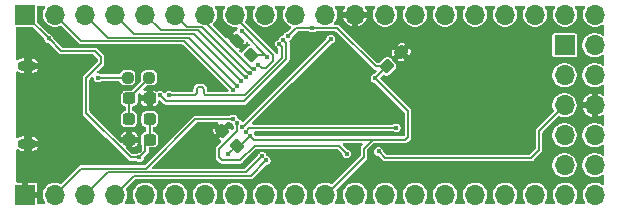
<source format=gbr>
%TF.GenerationSoftware,KiCad,Pcbnew,9.0.2*%
%TF.CreationDate,2025-06-23T15:22:55-04:00*%
%TF.ProjectId,Pro600_CPU_Upgrade,50726f36-3030-45f4-9350-555f55706772,rev?*%
%TF.SameCoordinates,Original*%
%TF.FileFunction,Copper,L2,Bot*%
%TF.FilePolarity,Positive*%
%FSLAX46Y46*%
G04 Gerber Fmt 4.6, Leading zero omitted, Abs format (unit mm)*
G04 Created by KiCad (PCBNEW 9.0.2) date 2025-06-23 15:22:55*
%MOMM*%
%LPD*%
G01*
G04 APERTURE LIST*
G04 Aperture macros list*
%AMRoundRect*
0 Rectangle with rounded corners*
0 $1 Rounding radius*
0 $2 $3 $4 $5 $6 $7 $8 $9 X,Y pos of 4 corners*
0 Add a 4 corners polygon primitive as box body*
4,1,4,$2,$3,$4,$5,$6,$7,$8,$9,$2,$3,0*
0 Add four circle primitives for the rounded corners*
1,1,$1+$1,$2,$3*
1,1,$1+$1,$4,$5*
1,1,$1+$1,$6,$7*
1,1,$1+$1,$8,$9*
0 Add four rect primitives between the rounded corners*
20,1,$1+$1,$2,$3,$4,$5,0*
20,1,$1+$1,$4,$5,$6,$7,0*
20,1,$1+$1,$6,$7,$8,$9,0*
20,1,$1+$1,$8,$9,$2,$3,0*%
G04 Aperture macros list end*
%TA.AperFunction,HeatsinkPad*%
%ADD10O,1.600000X0.900000*%
%TD*%
%TA.AperFunction,ComponentPad*%
%ADD11R,1.700000X1.700000*%
%TD*%
%TA.AperFunction,ComponentPad*%
%ADD12O,1.700000X1.700000*%
%TD*%
%TA.AperFunction,SMDPad,CuDef*%
%ADD13RoundRect,0.237500X0.380070X-0.044194X-0.044194X0.380070X-0.380070X0.044194X0.044194X-0.380070X0*%
%TD*%
%TA.AperFunction,SMDPad,CuDef*%
%ADD14RoundRect,0.237500X-0.044194X-0.380070X0.380070X0.044194X0.044194X0.380070X-0.380070X-0.044194X0*%
%TD*%
%TA.AperFunction,SMDPad,CuDef*%
%ADD15RoundRect,0.237500X0.250000X0.237500X-0.250000X0.237500X-0.250000X-0.237500X0.250000X-0.237500X0*%
%TD*%
%TA.AperFunction,SMDPad,CuDef*%
%ADD16RoundRect,0.237500X-0.300000X-0.237500X0.300000X-0.237500X0.300000X0.237500X-0.300000X0.237500X0*%
%TD*%
%TA.AperFunction,SMDPad,CuDef*%
%ADD17RoundRect,0.237500X0.300000X0.237500X-0.300000X0.237500X-0.300000X-0.237500X0.300000X-0.237500X0*%
%TD*%
%TA.AperFunction,SMDPad,CuDef*%
%ADD18RoundRect,0.237500X-0.287500X-0.237500X0.287500X-0.237500X0.287500X0.237500X-0.287500X0.237500X0*%
%TD*%
%TA.AperFunction,ViaPad*%
%ADD19C,0.400000*%
%TD*%
%TA.AperFunction,Conductor*%
%ADD20C,0.200000*%
%TD*%
G04 APERTURE END LIST*
D10*
%TO.P,J5,6,Shield*%
%TO.N,GND*%
X52250000Y-37599999D03*
X52250000Y-31000001D03*
%TD*%
D11*
%TO.P,J4,1,Pin_1*%
%TO.N,/A0*%
X97750000Y-29250000D03*
D12*
%TO.P,J4,2,Pin_2*%
%TO.N,/A1*%
X100290000Y-29250000D03*
%TO.P,J4,3,Pin_3*%
%TO.N,/A2*%
X97750000Y-31790000D03*
%TO.P,J4,4,Pin_4*%
%TO.N,/A3*%
X100290000Y-31790000D03*
%TO.P,J4,5,Pin_5*%
%TO.N,/E2*%
X97750000Y-34329999D03*
%TO.P,J4,6,Pin_6*%
%TO.N,GND*%
X100290000Y-34330000D03*
%TO.P,J4,7,Pin_7*%
%TO.N,/A5*%
X97750000Y-36870000D03*
%TO.P,J4,8,Pin_8*%
%TO.N,/A4*%
X100290000Y-36870000D03*
%TO.P,J4,9,Pin_9*%
%TO.N,/A7*%
X97750000Y-39410000D03*
%TO.P,J4,10,Pin_10*%
%TO.N,/A6*%
X100290000Y-39410000D03*
%TD*%
%TO.P,J3,21,Pin_20*%
%TO.N,/F7*%
X100330000Y-26670000D03*
%TO.P,J3,22,Pin_19*%
%TO.N,/F6*%
X97790000Y-26670000D03*
%TO.P,J3,23,Pin_18*%
%TO.N,/F5*%
X95250000Y-26670000D03*
%TO.P,J3,24,Pin_17*%
%TO.N,/F4*%
X92710000Y-26670000D03*
%TO.P,J3,25,Pin_16*%
%TO.N,/F3*%
X90170000Y-26670000D03*
%TO.P,J3,26,Pin_15*%
%TO.N,/F2*%
X87630000Y-26670000D03*
%TO.P,J3,27,Pin_14*%
%TO.N,/F1*%
X85090000Y-26670000D03*
%TO.P,J3,28,Pin_13*%
%TO.N,/F0*%
X82550000Y-26670000D03*
%TO.P,J3,29,Pin_12*%
%TO.N,GND*%
X80010000Y-26670000D03*
%TO.P,J3,30,Pin_11*%
%TO.N,/E5*%
X77470000Y-26670000D03*
%TO.P,J3,31,Pin_10*%
%TO.N,/E6*%
X74930000Y-26670000D03*
%TO.P,J3,32,Pin_9*%
%TO.N,/E7*%
X72390000Y-26670000D03*
%TO.P,J3,33,Pin_8*%
%TO.N,/B0*%
X69850000Y-26670000D03*
%TO.P,J3,34,Pin_7*%
%TO.N,/B1*%
X67310000Y-26670000D03*
%TO.P,J3,35,Pin_6*%
%TO.N,/B2*%
X64770000Y-26670000D03*
%TO.P,J3,36,Pin_5*%
%TO.N,/B3*%
X62230000Y-26670000D03*
%TO.P,J3,37,Pin_4*%
%TO.N,/B4*%
X59690000Y-26670000D03*
%TO.P,J3,38,Pin_3*%
%TO.N,/B5*%
X57150000Y-26670000D03*
%TO.P,J3,39,Pin_2*%
%TO.N,/B6*%
X54610000Y-26670000D03*
D11*
%TO.P,J3,40,Pin_1*%
%TO.N,+5V*%
X52070000Y-26670000D03*
%TD*%
%TO.P,J2,1,Pin_1*%
%TO.N,GND*%
X52070000Y-41910000D03*
D12*
%TO.P,J2,2,Pin_2*%
%TO.N,/B7*%
X54610000Y-41910000D03*
%TO.P,J2,3,Pin_3*%
%TO.N,/D0*%
X57150000Y-41910000D03*
%TO.P,J2,4,Pin_4*%
%TO.N,/D1*%
X59690000Y-41910000D03*
%TO.P,J2,5,Pin_5*%
%TO.N,/D2*%
X62230000Y-41910000D03*
%TO.P,J2,6,Pin_6*%
%TO.N,/D3*%
X64770000Y-41910000D03*
%TO.P,J2,7,Pin_7*%
%TO.N,/D4*%
X67310000Y-41910000D03*
%TO.P,J2,8,Pin_8*%
%TO.N,/D5*%
X69850000Y-41910000D03*
%TO.P,J2,9,Pin_9*%
%TO.N,/D6*%
X72390000Y-41910000D03*
%TO.P,J2,10,Pin_10*%
%TO.N,/D7*%
X74930000Y-41910000D03*
%TO.P,J2,11,Pin_11*%
%TO.N,+5V*%
X77470000Y-41910000D03*
%TO.P,J2,12,Pin_12*%
%TO.N,/E1*%
X80010000Y-41910000D03*
%TO.P,J2,13,Pin_13*%
%TO.N,/C0*%
X82550000Y-41910000D03*
%TO.P,J2,14,Pin_14*%
%TO.N,/C1*%
X85090000Y-41910000D03*
%TO.P,J2,15,Pin_15*%
%TO.N,/C2*%
X87630000Y-41910000D03*
%TO.P,J2,16,Pin_16*%
%TO.N,/C3*%
X90170000Y-41910000D03*
%TO.P,J2,17,Pin_17*%
%TO.N,/C4*%
X92710000Y-41910000D03*
%TO.P,J2,18,Pin_18*%
%TO.N,/C5*%
X95250000Y-41910000D03*
%TO.P,J2,19,Pin_19*%
%TO.N,/C6*%
X97790000Y-41910000D03*
%TO.P,J2,20,Pin_20*%
%TO.N,/C7*%
X100330000Y-41910000D03*
%TD*%
D13*
%TO.P,C8,1*%
%TO.N,+5V*%
X70000000Y-37750000D03*
%TO.P,C8,2*%
%TO.N,GND*%
X68780240Y-36530240D03*
%TD*%
D14*
%TO.P,C11,1*%
%TO.N,+5V*%
X82700000Y-31050000D03*
%TO.P,C11,2*%
%TO.N,GND*%
X83919760Y-29830240D03*
%TD*%
D15*
%TO.P,TH1,1*%
%TO.N,/+VBus_Unfiltered*%
X62575000Y-32000000D03*
%TO.P,TH1,2*%
%TO.N,/+VBus_Conn*%
X60750000Y-32000000D03*
%TD*%
D13*
%TO.P,C10,1*%
%TO.N,+5V*%
X71200000Y-30100000D03*
%TO.P,C10,2*%
%TO.N,GND*%
X69980240Y-28880240D03*
%TD*%
D16*
%TO.P,C7,1*%
%TO.N,/+VBus_Unfiltered*%
X60887499Y-33750000D03*
%TO.P,C7,2*%
%TO.N,GND*%
X62612501Y-33750000D03*
%TD*%
D17*
%TO.P,C12,1*%
%TO.N,+5V*%
X62612501Y-37250000D03*
%TO.P,C12,2*%
%TO.N,GND*%
X60887499Y-37250000D03*
%TD*%
D18*
%TO.P,L1,1,1*%
%TO.N,/+VBus_Unfiltered*%
X60875001Y-35500000D03*
%TO.P,L1,2,2*%
%TO.N,+5V*%
X62624999Y-35500000D03*
%TD*%
D19*
%TO.N,GND*%
X85000000Y-33900000D03*
X73237117Y-29511554D03*
X83500000Y-35250000D03*
X81317386Y-31722047D03*
X69200000Y-28500000D03*
X71792890Y-38292890D03*
%TO.N,+5V*%
X70400000Y-28058017D03*
X76400000Y-27800000D03*
X71127886Y-36900000D03*
X54075000Y-28675000D03*
X61750000Y-38750000D03*
X69250000Y-38500000D03*
X74323432Y-28478492D03*
X72530091Y-30218744D03*
X81697031Y-32047427D03*
%TO.N,/+VBus_Conn*%
X58250000Y-32000000D03*
%TO.N,/D0*%
X72146445Y-38646445D03*
%TO.N,/D1*%
X72500000Y-39000000D03*
%TO.N,/C4*%
X79309670Y-38440330D03*
X70053555Y-35853555D03*
%TO.N,/B7*%
X69700000Y-35500000D03*
%TO.N,/E2*%
X82000000Y-38250000D03*
%TO.N,/USB_T_D_P*%
X64250000Y-33500000D03*
X73591567Y-29158896D03*
%TO.N,/USB_T_D_N*%
X73944606Y-28804825D03*
X63500000Y-33500000D03*
%TO.N,/RESET*%
X70760665Y-36560665D03*
X83500000Y-36250000D03*
%TO.N,/B4*%
X70385780Y-32314220D03*
%TO.N,/E5*%
X70407110Y-36207110D03*
X77956600Y-28743400D03*
%TO.N,/B0*%
X71800000Y-30900000D03*
%TO.N,/B5*%
X70032225Y-32667775D03*
%TO.N,/B3*%
X70739335Y-31960665D03*
%TO.N,/B2*%
X71092890Y-31607110D03*
%TO.N,/B6*%
X69678670Y-33021330D03*
%TO.N,/B1*%
X71446445Y-31253555D03*
%TD*%
D20*
%TO.N,GND*%
X52563000Y-38864000D02*
X52563000Y-30224000D01*
X52563000Y-30224000D02*
X57923000Y-30224000D01*
X52563000Y-38864000D02*
X57923000Y-38864000D01*
X69980240Y-28880240D02*
X69580240Y-28880240D01*
X69580240Y-28880240D02*
X69200000Y-28500000D01*
%TO.N,/+VBus_Unfiltered*%
X62575000Y-32000000D02*
X62520953Y-32000000D01*
X62575000Y-32062499D02*
X60887499Y-33750000D01*
X62575000Y-32000000D02*
X62575000Y-32062499D01*
X60875001Y-33699999D02*
X60875001Y-35500000D01*
X62575000Y-32000000D02*
X60875001Y-33699999D01*
%TO.N,+5V*%
X70277886Y-37750000D02*
X71127886Y-36900000D01*
X84500000Y-34850396D02*
X81697031Y-32047427D01*
X62250000Y-37612501D02*
X62612501Y-37250000D01*
X82694458Y-31050000D02*
X81697031Y-32047427D01*
X82700000Y-31050000D02*
X82694458Y-31050000D01*
X78500000Y-27800000D02*
X81750000Y-31050000D01*
X81750000Y-31050000D02*
X82700000Y-31050000D01*
X54075000Y-28675000D02*
X54200000Y-28800000D01*
X75001924Y-27800000D02*
X74323432Y-28478492D01*
X70000000Y-37750000D02*
X70277886Y-37750000D01*
X81500000Y-37250000D02*
X84250000Y-37250000D01*
X80750000Y-38000000D02*
X81500000Y-37250000D01*
X61750000Y-38750000D02*
X62250000Y-38250000D01*
X55150000Y-29750000D02*
X54075000Y-28675000D01*
X58500000Y-30750000D02*
X58500000Y-30250000D01*
X72411347Y-30100000D02*
X72530091Y-30218744D01*
X57250000Y-35000000D02*
X57250000Y-32000000D01*
X70400000Y-28088653D02*
X70400000Y-28058017D01*
X76400000Y-27800000D02*
X78500000Y-27800000D01*
X80750000Y-38750000D02*
X80750000Y-38000000D01*
X76400000Y-27800000D02*
X75001924Y-27800000D01*
X70000000Y-37750000D02*
X69250000Y-38500000D01*
X81500000Y-37250000D02*
X71477886Y-37250000D01*
X54075000Y-28675000D02*
X52070000Y-26670000D01*
X84500000Y-37000000D02*
X84500000Y-34850396D01*
X61750000Y-38750000D02*
X61000000Y-38750000D01*
X84250000Y-37250000D02*
X84500000Y-37000000D01*
X62250000Y-38250000D02*
X62250000Y-37612501D01*
X77470000Y-41910000D02*
X77590000Y-41910000D01*
X62624999Y-37237502D02*
X62612501Y-37250000D01*
X71200000Y-30100000D02*
X72411347Y-30100000D01*
X72530091Y-30218744D02*
X70400000Y-28088653D01*
X61000000Y-38750000D02*
X57250000Y-35000000D01*
X58000000Y-29750000D02*
X55150000Y-29750000D01*
X58500000Y-30250000D02*
X58000000Y-29750000D01*
X57250000Y-32000000D02*
X58500000Y-30750000D01*
X71477886Y-37250000D02*
X71127886Y-36900000D01*
X62624999Y-35500000D02*
X62624999Y-37237502D01*
X77590000Y-41910000D02*
X80750000Y-38750000D01*
%TO.N,/+VBus_Conn*%
X58250000Y-32000000D02*
X60750000Y-32000000D01*
%TO.N,/D0*%
X70792890Y-40000000D02*
X59060000Y-40000000D01*
X59060000Y-40000000D02*
X57150000Y-41910000D01*
X72146445Y-38646445D02*
X70792890Y-40000000D01*
%TO.N,/D1*%
X72500000Y-39000000D02*
X71200000Y-40300000D01*
X71200000Y-40300000D02*
X61300000Y-40300000D01*
X61300000Y-40300000D02*
X59690000Y-41910000D01*
%TO.N,/C4*%
X68750000Y-39000000D02*
X68500000Y-38750000D01*
X70000000Y-36500000D02*
X70000000Y-35907110D01*
X68500000Y-38000000D02*
X70000000Y-36500000D01*
X68500000Y-38750000D02*
X68500000Y-38000000D01*
X71504555Y-37745445D02*
X70250000Y-39000000D01*
X70000000Y-35907110D02*
X70053555Y-35853555D01*
X79309670Y-38440330D02*
X78614785Y-37745445D01*
X70250000Y-39000000D02*
X68750000Y-39000000D01*
X78614785Y-37745445D02*
X71504555Y-37745445D01*
%TO.N,/B7*%
X56820000Y-39700000D02*
X54610000Y-41910000D01*
X69700000Y-35500000D02*
X66500000Y-35500000D01*
X62300000Y-39700000D02*
X56820000Y-39700000D01*
X66500000Y-35500000D02*
X62300000Y-39700000D01*
%TO.N,/E2*%
X82550000Y-38800000D02*
X94900000Y-38800000D01*
X95600000Y-36479999D02*
X97750000Y-34329999D01*
X94900000Y-38800000D02*
X95600000Y-38100000D01*
X95600000Y-38100000D02*
X95600000Y-36479999D01*
X82000000Y-38250000D02*
X82550000Y-38800000D01*
%TO.N,/USB_T_D_P*%
X67562798Y-33500000D02*
X69434661Y-33500000D01*
X66602798Y-33260000D02*
X66602798Y-33014745D01*
X73800000Y-30375736D02*
X73800000Y-29367329D01*
X70675736Y-33500000D02*
X73800000Y-30375736D01*
X69434661Y-33500000D02*
X70675736Y-33500000D01*
X67442798Y-33500000D02*
X67562798Y-33500000D01*
X67202798Y-33014745D02*
X67202798Y-33260000D01*
X64250000Y-33500000D02*
X66362798Y-33500000D01*
X66842798Y-32774745D02*
X66962798Y-32774745D01*
X73800000Y-29367329D02*
X73591567Y-29158896D01*
X66962798Y-32774745D02*
G75*
G02*
X67202755Y-33014745I2J-239955D01*
G01*
X67202798Y-33260000D02*
G75*
G03*
X67442798Y-33500002I240002J0D01*
G01*
X66602798Y-33014745D02*
G75*
G02*
X66842798Y-32774698I240002J45D01*
G01*
X66362798Y-33500000D02*
G75*
G03*
X66602800Y-33260000I2J240000D01*
G01*
%TO.N,/USB_T_D_N*%
X74200000Y-29060219D02*
X73944606Y-28804825D01*
X63500000Y-33500000D02*
X64000000Y-34000000D01*
X64000000Y-34000000D02*
X70600000Y-34000000D01*
X74200000Y-30400000D02*
X74200000Y-29060219D01*
X70600000Y-34000000D02*
X74200000Y-30400000D01*
%TO.N,/RESET*%
X83500000Y-36250000D02*
X71071330Y-36250000D01*
X71071330Y-36250000D02*
X70760665Y-36560665D01*
X70760665Y-36560665D02*
X70714220Y-36607110D01*
%TO.N,/B4*%
X70385780Y-32314220D02*
X66371560Y-28300000D01*
X66371560Y-28300000D02*
X61320000Y-28300000D01*
X61320000Y-28300000D02*
X59690000Y-26670000D01*
%TO.N,/E5*%
X70492890Y-36207110D02*
X70407110Y-36207110D01*
X77470000Y-26670000D02*
X77794264Y-26670000D01*
X77956600Y-28743400D02*
X70492890Y-36207110D01*
%TO.N,/B0*%
X71800000Y-30900000D02*
X72100000Y-31200000D01*
X73100000Y-30600000D02*
X73100000Y-30100000D01*
X73100000Y-30100000D02*
X69850000Y-26850000D01*
X72100000Y-31200000D02*
X72500000Y-31200000D01*
X72500000Y-31200000D02*
X73100000Y-30600000D01*
X69850000Y-26850000D02*
X69850000Y-26670000D01*
%TO.N,/B5*%
X65964450Y-28600000D02*
X59080000Y-28600000D01*
X70032225Y-32667775D02*
X65964450Y-28600000D01*
X59080000Y-28600000D02*
X57150000Y-26670000D01*
%TO.N,/B3*%
X70739335Y-31960665D02*
X70660665Y-31960665D01*
X70660665Y-31960665D02*
X66700000Y-28000000D01*
X63560000Y-28000000D02*
X62230000Y-26670000D01*
X66700000Y-28000000D02*
X63560000Y-28000000D01*
%TO.N,/B2*%
X65800000Y-27700000D02*
X64770000Y-26670000D01*
X67044356Y-27700000D02*
X65800000Y-27700000D01*
X71092890Y-31607110D02*
X70951466Y-31607110D01*
X70951466Y-31607110D02*
X67044356Y-27700000D01*
%TO.N,/B6*%
X65557340Y-28900000D02*
X56840000Y-28900000D01*
X69678670Y-33021330D02*
X65557340Y-28900000D01*
X56840000Y-28900000D02*
X54610000Y-26670000D01*
%TO.N,/B1*%
X67310000Y-27258534D02*
X67310000Y-26670000D01*
X71305021Y-31253555D02*
X67310000Y-27258534D01*
X71446445Y-31253555D02*
X71305021Y-31253555D01*
%TD*%
%TA.AperFunction,Conductor*%
%TO.N,GND*%
G36*
X53725856Y-25920185D02*
G01*
X53771611Y-25972989D01*
X53781555Y-26042147D01*
X53761919Y-26093390D01*
X53701220Y-26184232D01*
X53701212Y-26184247D01*
X53623909Y-26370872D01*
X53623907Y-26370880D01*
X53584500Y-26568992D01*
X53584500Y-26771007D01*
X53623907Y-26969119D01*
X53623909Y-26969127D01*
X53701212Y-27155752D01*
X53701217Y-27155762D01*
X53813441Y-27323718D01*
X53956281Y-27466558D01*
X54124237Y-27578782D01*
X54124241Y-27578784D01*
X54124244Y-27578786D01*
X54310873Y-27656091D01*
X54447975Y-27683362D01*
X54508992Y-27695499D01*
X54508996Y-27695500D01*
X54508997Y-27695500D01*
X54711004Y-27695500D01*
X54711005Y-27695499D01*
X54909127Y-27656091D01*
X55042837Y-27600705D01*
X55112305Y-27593237D01*
X55174784Y-27624512D01*
X55177970Y-27627586D01*
X56683938Y-29133555D01*
X56683939Y-29133555D01*
X56683941Y-29133557D01*
X56713595Y-29145839D01*
X56713597Y-29145841D01*
X56713598Y-29145841D01*
X56722794Y-29149650D01*
X56785200Y-29175500D01*
X65391863Y-29175500D01*
X65458902Y-29195185D01*
X65479544Y-29211819D01*
X69268051Y-33000326D01*
X69277317Y-33017296D01*
X69290646Y-33031305D01*
X69298247Y-33055627D01*
X69301536Y-33061649D01*
X69302154Y-33064670D01*
X69303170Y-33069971D01*
X69303170Y-33070765D01*
X69303703Y-33072756D01*
X69304548Y-33077163D01*
X69301605Y-33107636D01*
X69300879Y-33138248D01*
X69298277Y-33142091D01*
X69297832Y-33146709D01*
X69278880Y-33170754D01*
X69261720Y-33196113D01*
X69257455Y-33197939D01*
X69254583Y-33201584D01*
X69225636Y-33211567D01*
X69197494Y-33223622D01*
X69189267Y-33224112D01*
X69188532Y-33224366D01*
X69187840Y-33224197D01*
X69182764Y-33224500D01*
X67602298Y-33224500D01*
X67535259Y-33204815D01*
X67489504Y-33152011D01*
X67478298Y-33100500D01*
X67478298Y-32957008D01*
X67478264Y-32956722D01*
X67478265Y-32956712D01*
X67452433Y-32843450D01*
X67452427Y-32843437D01*
X67402044Y-32738779D01*
X67329621Y-32647945D01*
X67238801Y-32575507D01*
X67134141Y-32525098D01*
X67134139Y-32525097D01*
X67105823Y-32518634D01*
X67020881Y-32499245D01*
X67020878Y-32499245D01*
X66894205Y-32499245D01*
X66894041Y-32499197D01*
X66784708Y-32499198D01*
X66784704Y-32499199D01*
X66671441Y-32525054D01*
X66671435Y-32525056D01*
X66566774Y-32575466D01*
X66566767Y-32575471D01*
X66475944Y-32647912D01*
X66444925Y-32686818D01*
X66403516Y-32738755D01*
X66353122Y-32843436D01*
X66340601Y-32898337D01*
X66327288Y-32956707D01*
X66327288Y-32956709D01*
X66327298Y-33014693D01*
X66327298Y-33100500D01*
X66307613Y-33167539D01*
X66254809Y-33213294D01*
X66203298Y-33224500D01*
X64555202Y-33224500D01*
X64488163Y-33204815D01*
X64480992Y-33199773D01*
X64448184Y-33180831D01*
X64394938Y-33150090D01*
X64299435Y-33124500D01*
X64200565Y-33124500D01*
X64105062Y-33150090D01*
X64105060Y-33150091D01*
X64105059Y-33150091D01*
X64019436Y-33199526D01*
X63962681Y-33256282D01*
X63901358Y-33289767D01*
X63831666Y-33284783D01*
X63787319Y-33256282D01*
X63730563Y-33199526D01*
X63730562Y-33199525D01*
X63644938Y-33150090D01*
X63549435Y-33124500D01*
X63450565Y-33124500D01*
X63399257Y-33138248D01*
X63355061Y-33150090D01*
X63296172Y-33184090D01*
X63228272Y-33200562D01*
X63162245Y-33177709D01*
X63161292Y-33177024D01*
X63157985Y-33174621D01*
X63041555Y-33115297D01*
X62944966Y-33100000D01*
X62862501Y-33100000D01*
X62862501Y-34399999D01*
X62944970Y-34399999D01*
X62944970Y-34399998D01*
X63041554Y-34384702D01*
X63041555Y-34384702D01*
X63157986Y-34325377D01*
X63157990Y-34325374D01*
X63250375Y-34232989D01*
X63250378Y-34232984D01*
X63309703Y-34116555D01*
X63309703Y-34116554D01*
X63325000Y-34019973D01*
X63325000Y-34013989D01*
X63344678Y-33946948D01*
X63397478Y-33901188D01*
X63466636Y-33891239D01*
X63530194Y-33920258D01*
X63536681Y-33926297D01*
X63843944Y-34233560D01*
X63917856Y-34264174D01*
X63945200Y-34275500D01*
X63945202Y-34275500D01*
X70654799Y-34275500D01*
X70654800Y-34275500D01*
X70756058Y-34233557D01*
X70833557Y-34156058D01*
X74433557Y-30556058D01*
X74475500Y-30454800D01*
X74475500Y-30345200D01*
X74475500Y-29005419D01*
X74462470Y-28973962D01*
X74456567Y-28959712D01*
X74449096Y-28890245D01*
X74480369Y-28827765D01*
X74509126Y-28804871D01*
X74553994Y-28778967D01*
X74623907Y-28709054D01*
X74673342Y-28623430D01*
X74698932Y-28527927D01*
X74698932Y-28527924D01*
X74701035Y-28520076D01*
X74702554Y-28520483D01*
X74727051Y-28465096D01*
X74734037Y-28457501D01*
X75079721Y-28111819D01*
X75141044Y-28078334D01*
X75167402Y-28075500D01*
X76094798Y-28075500D01*
X76161837Y-28095185D01*
X76169007Y-28100226D01*
X76169437Y-28100474D01*
X76169438Y-28100475D01*
X76255062Y-28149910D01*
X76350565Y-28175500D01*
X76350567Y-28175500D01*
X76449432Y-28175500D01*
X76449435Y-28175500D01*
X76544938Y-28149910D01*
X76630562Y-28100475D01*
X76630563Y-28100473D01*
X76637600Y-28096411D01*
X76638384Y-28097770D01*
X76694893Y-28075929D01*
X76705202Y-28075500D01*
X78334523Y-28075500D01*
X78401562Y-28095185D01*
X78422203Y-28111818D01*
X81593941Y-31283557D01*
X81595061Y-31284020D01*
X81595078Y-31284034D01*
X81595081Y-31284029D01*
X81695197Y-31325499D01*
X81695198Y-31325499D01*
X81695200Y-31325500D01*
X81729979Y-31325500D01*
X81797018Y-31345185D01*
X81842773Y-31397989D01*
X81852717Y-31467147D01*
X81823692Y-31530703D01*
X81817660Y-31537181D01*
X81718033Y-31636808D01*
X81694979Y-31649395D01*
X81673996Y-31665192D01*
X81664802Y-31665874D01*
X81656710Y-31670293D01*
X81648082Y-31671797D01*
X81647597Y-31671927D01*
X81647596Y-31671927D01*
X81552093Y-31697517D01*
X81552091Y-31697518D01*
X81552090Y-31697518D01*
X81466467Y-31746953D01*
X81396557Y-31816863D01*
X81347122Y-31902486D01*
X81347122Y-31902487D01*
X81347121Y-31902489D01*
X81321531Y-31997992D01*
X81321531Y-32096862D01*
X81347121Y-32192365D01*
X81396556Y-32277989D01*
X81466469Y-32347902D01*
X81552093Y-32397337D01*
X81647596Y-32422927D01*
X81647599Y-32422927D01*
X81655447Y-32425030D01*
X81655039Y-32426550D01*
X81710427Y-32451047D01*
X81718034Y-32458045D01*
X84188181Y-34928192D01*
X84221666Y-34989515D01*
X84224500Y-35015873D01*
X84224500Y-36834521D01*
X84215856Y-36863958D01*
X84209334Y-36893944D01*
X84205577Y-36898961D01*
X84204815Y-36901560D01*
X84188184Y-36922199D01*
X84172206Y-36938178D01*
X84110884Y-36971665D01*
X84084522Y-36974500D01*
X71643364Y-36974500D01*
X71576325Y-36954815D01*
X71555683Y-36938181D01*
X71538504Y-36921002D01*
X71505019Y-36859679D01*
X71503515Y-36851049D01*
X71503386Y-36850567D01*
X71503386Y-36850565D01*
X71477796Y-36755062D01*
X71452644Y-36711497D01*
X71436172Y-36643601D01*
X71459024Y-36577574D01*
X71513945Y-36534383D01*
X71560032Y-36525500D01*
X83194798Y-36525500D01*
X83261837Y-36545185D01*
X83269007Y-36550226D01*
X83269437Y-36550474D01*
X83269438Y-36550475D01*
X83355062Y-36599910D01*
X83450565Y-36625500D01*
X83450567Y-36625500D01*
X83549432Y-36625500D01*
X83549435Y-36625500D01*
X83644938Y-36599910D01*
X83730562Y-36550475D01*
X83800475Y-36480562D01*
X83849910Y-36394938D01*
X83875500Y-36299435D01*
X83875500Y-36200565D01*
X83849910Y-36105062D01*
X83800475Y-36019438D01*
X83730562Y-35949525D01*
X83644938Y-35900090D01*
X83549435Y-35874500D01*
X83450565Y-35874500D01*
X83355062Y-35900090D01*
X83355060Y-35900091D01*
X83355059Y-35900091D01*
X83304593Y-35929228D01*
X83269438Y-35949525D01*
X83269436Y-35949526D01*
X83262400Y-35953589D01*
X83261615Y-35952229D01*
X83205107Y-35974071D01*
X83194798Y-35974500D01*
X71414477Y-35974500D01*
X71347438Y-35954815D01*
X71301683Y-35902011D01*
X71291739Y-35832853D01*
X71320764Y-35769297D01*
X71326796Y-35762819D01*
X74630459Y-32459156D01*
X77935598Y-29154016D01*
X77996919Y-29120533D01*
X78005554Y-29119027D01*
X78006028Y-29118900D01*
X78006035Y-29118900D01*
X78101538Y-29093310D01*
X78187162Y-29043875D01*
X78257075Y-28973962D01*
X78306510Y-28888338D01*
X78332100Y-28792835D01*
X78332100Y-28693965D01*
X78306510Y-28598462D01*
X78257075Y-28512838D01*
X78187162Y-28442925D01*
X78101538Y-28393490D01*
X78006035Y-28367900D01*
X77907165Y-28367900D01*
X77811662Y-28393490D01*
X77811660Y-28393491D01*
X77811659Y-28393491D01*
X77726036Y-28442926D01*
X77656126Y-28512836D01*
X77606691Y-28598459D01*
X77606691Y-28598460D01*
X77606690Y-28598462D01*
X77581100Y-28693965D01*
X77581100Y-28693967D01*
X77578997Y-28701816D01*
X77577479Y-28701409D01*
X77552968Y-28756810D01*
X77545981Y-28764403D01*
X70590316Y-35720067D01*
X70528993Y-35753552D01*
X70459301Y-35748568D01*
X70403368Y-35706696D01*
X70395253Y-35694394D01*
X70354030Y-35622993D01*
X70284117Y-35553080D01*
X70198495Y-35503646D01*
X70198494Y-35503645D01*
X70179996Y-35498688D01*
X70150458Y-35490774D01*
X70090800Y-35454410D01*
X70062780Y-35403094D01*
X70049910Y-35355062D01*
X70000475Y-35269438D01*
X69930562Y-35199525D01*
X69844938Y-35150090D01*
X69749435Y-35124500D01*
X69650565Y-35124500D01*
X69555062Y-35150090D01*
X69555060Y-35150091D01*
X69555059Y-35150091D01*
X69504593Y-35179228D01*
X69469438Y-35199525D01*
X69469436Y-35199526D01*
X69462400Y-35203589D01*
X69461615Y-35202229D01*
X69405107Y-35224071D01*
X69394798Y-35224500D01*
X66445199Y-35224500D01*
X66343940Y-35266444D01*
X62222204Y-39388181D01*
X62160881Y-39421666D01*
X62134523Y-39424500D01*
X56765199Y-39424500D01*
X56663940Y-39466444D01*
X55177970Y-40952413D01*
X55116647Y-40985898D01*
X55046955Y-40980914D01*
X55042836Y-40979293D01*
X54909127Y-40923909D01*
X54909119Y-40923907D01*
X54711007Y-40884500D01*
X54711003Y-40884500D01*
X54508997Y-40884500D01*
X54508992Y-40884500D01*
X54310880Y-40923907D01*
X54310872Y-40923909D01*
X54124247Y-41001212D01*
X54124237Y-41001217D01*
X53956281Y-41113441D01*
X53813441Y-41256281D01*
X53701217Y-41424237D01*
X53701212Y-41424247D01*
X53623909Y-41610872D01*
X53623907Y-41610880D01*
X53584500Y-41808992D01*
X53584500Y-42011007D01*
X53623907Y-42209119D01*
X53623909Y-42209127D01*
X53701212Y-42395752D01*
X53701220Y-42395767D01*
X53761919Y-42486610D01*
X53782797Y-42553287D01*
X53764312Y-42620667D01*
X53712333Y-42667357D01*
X53658817Y-42679500D01*
X53219000Y-42679500D01*
X53151961Y-42659815D01*
X53106206Y-42607011D01*
X53095000Y-42555500D01*
X53095000Y-42160000D01*
X52503012Y-42160000D01*
X52535925Y-42102993D01*
X52570000Y-41975826D01*
X52570000Y-41844174D01*
X52535925Y-41717007D01*
X52503012Y-41660000D01*
X53095000Y-41660000D01*
X53095000Y-41042763D01*
X53084846Y-40991718D01*
X53046168Y-40933831D01*
X52988281Y-40895153D01*
X52937236Y-40885000D01*
X52320000Y-40885000D01*
X52320000Y-41476988D01*
X52262993Y-41444075D01*
X52135826Y-41410000D01*
X52004174Y-41410000D01*
X51877007Y-41444075D01*
X51820000Y-41476988D01*
X51820000Y-40885000D01*
X51424500Y-40885000D01*
X51357461Y-40865315D01*
X51311706Y-40812511D01*
X51300500Y-40761000D01*
X51300500Y-38182617D01*
X51320185Y-38115578D01*
X51372989Y-38069823D01*
X51442147Y-38059879D01*
X51495615Y-38083439D01*
X51496521Y-38082084D01*
X51603945Y-38153863D01*
X51603958Y-38153870D01*
X51717689Y-38200978D01*
X51717699Y-38200981D01*
X51838440Y-38224999D01*
X52000000Y-38224999D01*
X52000000Y-37849999D01*
X52500000Y-37849999D01*
X52500000Y-38224999D01*
X52661559Y-38224999D01*
X52782300Y-38200981D01*
X52782310Y-38200978D01*
X52896041Y-38153870D01*
X52896054Y-38153863D01*
X52998413Y-38085468D01*
X52998417Y-38085465D01*
X53085466Y-37998416D01*
X53085472Y-37998408D01*
X53153866Y-37896049D01*
X53153868Y-37896045D01*
X53172942Y-37849999D01*
X52649728Y-37849999D01*
X52741614Y-37811939D01*
X52811940Y-37741613D01*
X52850000Y-37649727D01*
X52850000Y-37550271D01*
X52811940Y-37458385D01*
X52741614Y-37388059D01*
X52649728Y-37349999D01*
X53172942Y-37349999D01*
X53172941Y-37349998D01*
X53153868Y-37303952D01*
X53153866Y-37303948D01*
X53085472Y-37201589D01*
X53085466Y-37201581D01*
X52998417Y-37114532D01*
X52998413Y-37114529D01*
X52896054Y-37046134D01*
X52896041Y-37046127D01*
X52782310Y-36999019D01*
X52782300Y-36999016D01*
X52661559Y-36974999D01*
X52500000Y-36974999D01*
X52500000Y-37349999D01*
X52000000Y-37349999D01*
X52000000Y-36974999D01*
X51838441Y-36974999D01*
X51717699Y-36999016D01*
X51717689Y-36999019D01*
X51603958Y-37046127D01*
X51603945Y-37046134D01*
X51496521Y-37117914D01*
X51495555Y-37116469D01*
X51438838Y-37140548D01*
X51369972Y-37128747D01*
X51318418Y-37081588D01*
X51300500Y-37017380D01*
X51300500Y-31582619D01*
X51320185Y-31515580D01*
X51372989Y-31469825D01*
X51442147Y-31459881D01*
X51495615Y-31483441D01*
X51496521Y-31482086D01*
X51603945Y-31553865D01*
X51603958Y-31553872D01*
X51717689Y-31600980D01*
X51717699Y-31600983D01*
X51838440Y-31625001D01*
X52000000Y-31625001D01*
X52000000Y-31250001D01*
X52500000Y-31250001D01*
X52500000Y-31625001D01*
X52661559Y-31625001D01*
X52782300Y-31600983D01*
X52782310Y-31600980D01*
X52896041Y-31553872D01*
X52896054Y-31553865D01*
X52998413Y-31485470D01*
X52998417Y-31485467D01*
X53085466Y-31398418D01*
X53085472Y-31398410D01*
X53153866Y-31296051D01*
X53153868Y-31296047D01*
X53172942Y-31250001D01*
X52649728Y-31250001D01*
X52741614Y-31211941D01*
X52811940Y-31141615D01*
X52850000Y-31049729D01*
X52850000Y-30950273D01*
X52811940Y-30858387D01*
X52741614Y-30788061D01*
X52649728Y-30750001D01*
X53172942Y-30750001D01*
X53172941Y-30750000D01*
X53153868Y-30703954D01*
X53153866Y-30703950D01*
X53085472Y-30601591D01*
X53085466Y-30601583D01*
X52998417Y-30514534D01*
X52998413Y-30514531D01*
X52896054Y-30446136D01*
X52896041Y-30446129D01*
X52782310Y-30399021D01*
X52782300Y-30399018D01*
X52661559Y-30375001D01*
X52500000Y-30375001D01*
X52500000Y-30750001D01*
X52000000Y-30750001D01*
X52000000Y-30375001D01*
X51838441Y-30375001D01*
X51717699Y-30399018D01*
X51717689Y-30399021D01*
X51603958Y-30446129D01*
X51603945Y-30446136D01*
X51496521Y-30517916D01*
X51495555Y-30516471D01*
X51438838Y-30540550D01*
X51369972Y-30528749D01*
X51318418Y-30481590D01*
X51300500Y-30417382D01*
X51300500Y-27819500D01*
X51320185Y-27752461D01*
X51372989Y-27706706D01*
X51424500Y-27695500D01*
X52654523Y-27695500D01*
X52721562Y-27715185D01*
X52742204Y-27731819D01*
X53664381Y-28653996D01*
X53697866Y-28715319D01*
X53699369Y-28723943D01*
X53699500Y-28724431D01*
X53699500Y-28724435D01*
X53725090Y-28819938D01*
X53774525Y-28905562D01*
X53844438Y-28975475D01*
X53930062Y-29024910D01*
X54025565Y-29050500D01*
X54025568Y-29050500D01*
X54033416Y-29052603D01*
X54033008Y-29054123D01*
X54088396Y-29078620D01*
X54096002Y-29085617D01*
X54557781Y-29547397D01*
X54993942Y-29983558D01*
X54993944Y-29983560D01*
X55072257Y-30015997D01*
X55095200Y-30025500D01*
X57834523Y-30025500D01*
X57901562Y-30045185D01*
X57922204Y-30061819D01*
X58188181Y-30327796D01*
X58202884Y-30354723D01*
X58219477Y-30380542D01*
X58220368Y-30386742D01*
X58221666Y-30389119D01*
X58224500Y-30415477D01*
X58224500Y-30584523D01*
X58204815Y-30651562D01*
X58188181Y-30672204D01*
X57016444Y-31843940D01*
X56990082Y-31907583D01*
X56974500Y-31945200D01*
X56974500Y-35054800D01*
X57004061Y-35126167D01*
X57004223Y-35126556D01*
X57004223Y-35126557D01*
X57016443Y-35156059D01*
X57016444Y-35156060D01*
X58941973Y-37081588D01*
X60843942Y-38983557D01*
X60945200Y-39025500D01*
X61054800Y-39025500D01*
X61444798Y-39025500D01*
X61511837Y-39045185D01*
X61519007Y-39050226D01*
X61519437Y-39050474D01*
X61519438Y-39050475D01*
X61605062Y-39099910D01*
X61700565Y-39125500D01*
X61700567Y-39125500D01*
X61799432Y-39125500D01*
X61799435Y-39125500D01*
X61894938Y-39099910D01*
X61980562Y-39050475D01*
X62050475Y-38980562D01*
X62099910Y-38894938D01*
X62125500Y-38799435D01*
X62125500Y-38799432D01*
X62127603Y-38791584D01*
X62129122Y-38791991D01*
X62153619Y-38736604D01*
X62160593Y-38729021D01*
X62483558Y-38406058D01*
X62484088Y-38404780D01*
X62504681Y-38355062D01*
X62525500Y-38304800D01*
X62525500Y-38195200D01*
X62525500Y-38024499D01*
X62545185Y-37957460D01*
X62597989Y-37911705D01*
X62649500Y-37900499D01*
X62945008Y-37900499D01*
X62945008Y-37900498D01*
X63041716Y-37885182D01*
X63158282Y-37825789D01*
X63250790Y-37733281D01*
X63310183Y-37616715D01*
X63310209Y-37616555D01*
X63314291Y-37590776D01*
X63325501Y-37520003D01*
X63325500Y-36979998D01*
X63325500Y-36979996D01*
X63325500Y-36979992D01*
X63311871Y-36893944D01*
X63310183Y-36883285D01*
X63250790Y-36766719D01*
X63250786Y-36766715D01*
X63250785Y-36766713D01*
X63158287Y-36674215D01*
X63158283Y-36674212D01*
X63158282Y-36674211D01*
X63148914Y-36669438D01*
X63041713Y-36614816D01*
X63005101Y-36609018D01*
X62974309Y-36594421D01*
X62943296Y-36580258D01*
X62942798Y-36579483D01*
X62941966Y-36579089D01*
X62923947Y-36550150D01*
X62905522Y-36521480D01*
X62905349Y-36520282D01*
X62905035Y-36519777D01*
X62900499Y-36486545D01*
X62900499Y-36263454D01*
X62920184Y-36196415D01*
X62972988Y-36150660D01*
X63005098Y-36140980D01*
X63041714Y-36135182D01*
X63158280Y-36075789D01*
X63250788Y-35983281D01*
X63310181Y-35866715D01*
X63310805Y-35862779D01*
X63318219Y-35815965D01*
X63325499Y-35770003D01*
X63325498Y-35229998D01*
X63325498Y-35229996D01*
X63325498Y-35229992D01*
X63310181Y-35133286D01*
X63310181Y-35133285D01*
X63250788Y-35016719D01*
X63250784Y-35016715D01*
X63250783Y-35016713D01*
X63158285Y-34924215D01*
X63158281Y-34924212D01*
X63158280Y-34924211D01*
X63041714Y-34864818D01*
X63041713Y-34864817D01*
X63041710Y-34864816D01*
X63041711Y-34864816D01*
X62945002Y-34849500D01*
X62304991Y-34849500D01*
X62304991Y-34849501D01*
X62208285Y-34864817D01*
X62208284Y-34864817D01*
X62166937Y-34885885D01*
X62091718Y-34924211D01*
X62091717Y-34924212D01*
X62091712Y-34924215D01*
X61999214Y-35016713D01*
X61999209Y-35016720D01*
X61939815Y-35133288D01*
X61924499Y-35229996D01*
X61924499Y-35770007D01*
X61939816Y-35866713D01*
X61939816Y-35866714D01*
X61948958Y-35884656D01*
X61999210Y-35983281D01*
X61999212Y-35983283D01*
X61999214Y-35983286D01*
X62091712Y-36075784D01*
X62091715Y-36075786D01*
X62091718Y-36075789D01*
X62208284Y-36135182D01*
X62244897Y-36140981D01*
X62275691Y-36155578D01*
X62306702Y-36169741D01*
X62307199Y-36170515D01*
X62308030Y-36170909D01*
X62326031Y-36199818D01*
X62344476Y-36228519D01*
X62344648Y-36229715D01*
X62344962Y-36230220D01*
X62349499Y-36263454D01*
X62349499Y-36482586D01*
X62329814Y-36549625D01*
X62277010Y-36595380D01*
X62244897Y-36605059D01*
X62183287Y-36614817D01*
X62183286Y-36614817D01*
X62118906Y-36647621D01*
X62066720Y-36674211D01*
X62066719Y-36674212D01*
X62066714Y-36674215D01*
X61974216Y-36766713D01*
X61974211Y-36766720D01*
X61914817Y-36883288D01*
X61899501Y-36979996D01*
X61899501Y-37520007D01*
X61914818Y-37616713D01*
X61914818Y-37616714D01*
X61914819Y-37616715D01*
X61960985Y-37707322D01*
X61974500Y-37763615D01*
X61974500Y-38084522D01*
X61965855Y-38113962D01*
X61959332Y-38143949D01*
X61955577Y-38148964D01*
X61954815Y-38151561D01*
X61938181Y-38172203D01*
X61771003Y-38339381D01*
X61709680Y-38372866D01*
X61701053Y-38374369D01*
X61668283Y-38383149D01*
X61605062Y-38400090D01*
X61605060Y-38400091D01*
X61605059Y-38400091D01*
X61563806Y-38423909D01*
X61519438Y-38449525D01*
X61519436Y-38449526D01*
X61512400Y-38453589D01*
X61511615Y-38452229D01*
X61455107Y-38474071D01*
X61444798Y-38474500D01*
X61165477Y-38474500D01*
X61098438Y-38454815D01*
X61077796Y-38438181D01*
X60673818Y-38034203D01*
X60640333Y-37972880D01*
X60637499Y-37946522D01*
X60637499Y-37899999D01*
X61137499Y-37899999D01*
X61219968Y-37899999D01*
X61219968Y-37899998D01*
X61316552Y-37884702D01*
X61316553Y-37884702D01*
X61432984Y-37825377D01*
X61432988Y-37825374D01*
X61525373Y-37732989D01*
X61525376Y-37732984D01*
X61584701Y-37616555D01*
X61584701Y-37616554D01*
X61599999Y-37519965D01*
X61599999Y-37500000D01*
X61137499Y-37500000D01*
X61137499Y-37899999D01*
X60637499Y-37899999D01*
X60637499Y-37500000D01*
X60190977Y-37500000D01*
X60123938Y-37480315D01*
X60103296Y-37463681D01*
X59619649Y-36980034D01*
X60174999Y-36980034D01*
X60174999Y-37000000D01*
X60637499Y-37000000D01*
X61137499Y-37000000D01*
X61599998Y-37000000D01*
X61599998Y-36980030D01*
X61584701Y-36883446D01*
X61584701Y-36883445D01*
X61525376Y-36767014D01*
X61525373Y-36767010D01*
X61432988Y-36674625D01*
X61432983Y-36674622D01*
X61316553Y-36615297D01*
X61219964Y-36600000D01*
X61137499Y-36600000D01*
X61137499Y-37000000D01*
X60637499Y-37000000D01*
X60637499Y-36600000D01*
X60637498Y-36599999D01*
X60555030Y-36600000D01*
X60555028Y-36600001D01*
X60458445Y-36615297D01*
X60458444Y-36615297D01*
X60342013Y-36674622D01*
X60342009Y-36674625D01*
X60249624Y-36767010D01*
X60249621Y-36767015D01*
X60190296Y-36883444D01*
X60190296Y-36883445D01*
X60174999Y-36980034D01*
X59619649Y-36980034D01*
X57561819Y-34922204D01*
X57528334Y-34860881D01*
X57525500Y-34834523D01*
X57525500Y-33479996D01*
X60174499Y-33479996D01*
X60174499Y-34020007D01*
X60189816Y-34116713D01*
X60189816Y-34116714D01*
X60189817Y-34116715D01*
X60249210Y-34233281D01*
X60249212Y-34233283D01*
X60249214Y-34233286D01*
X60341712Y-34325784D01*
X60341715Y-34325786D01*
X60341718Y-34325789D01*
X60457342Y-34384702D01*
X60458286Y-34385183D01*
X60494899Y-34390982D01*
X60525690Y-34405578D01*
X60556704Y-34419742D01*
X60557201Y-34420516D01*
X60558034Y-34420911D01*
X60576052Y-34449849D01*
X60594478Y-34478520D01*
X60594650Y-34479717D01*
X60594965Y-34480223D01*
X60599501Y-34513455D01*
X60599501Y-34736546D01*
X60579816Y-34803585D01*
X60527012Y-34849340D01*
X60494901Y-34859019D01*
X60473306Y-34862439D01*
X60458284Y-34864818D01*
X60399476Y-34894783D01*
X60341720Y-34924211D01*
X60341719Y-34924212D01*
X60341714Y-34924215D01*
X60249216Y-35016713D01*
X60249211Y-35016720D01*
X60189817Y-35133288D01*
X60174501Y-35229996D01*
X60174501Y-35770007D01*
X60189818Y-35866713D01*
X60189818Y-35866714D01*
X60198960Y-35884656D01*
X60249212Y-35983281D01*
X60249214Y-35983283D01*
X60249216Y-35983286D01*
X60341714Y-36075784D01*
X60341717Y-36075786D01*
X60341720Y-36075789D01*
X60458286Y-36135182D01*
X60458287Y-36135182D01*
X60458289Y-36135183D01*
X60458288Y-36135183D01*
X60494892Y-36140980D01*
X60554998Y-36150500D01*
X61195003Y-36150499D01*
X61195008Y-36150499D01*
X61195008Y-36150498D01*
X61291716Y-36135182D01*
X61408282Y-36075789D01*
X61500790Y-35983281D01*
X61560183Y-35866715D01*
X61560807Y-35862779D01*
X61568221Y-35815965D01*
X61575501Y-35770003D01*
X61575500Y-35229998D01*
X61575500Y-35229996D01*
X61575500Y-35229992D01*
X61560183Y-35133286D01*
X61560183Y-35133285D01*
X61500790Y-35016719D01*
X61500786Y-35016715D01*
X61500785Y-35016713D01*
X61408287Y-34924215D01*
X61408283Y-34924212D01*
X61408282Y-34924211D01*
X61291716Y-34864818D01*
X61291714Y-34864817D01*
X61291713Y-34864817D01*
X61255102Y-34859018D01*
X61224325Y-34844427D01*
X61193298Y-34830258D01*
X61192799Y-34829482D01*
X61191968Y-34829088D01*
X61173969Y-34800181D01*
X61155524Y-34771480D01*
X61155351Y-34770281D01*
X61155037Y-34769776D01*
X61150501Y-34736545D01*
X61150501Y-34517413D01*
X61170186Y-34450374D01*
X61222990Y-34404619D01*
X61255100Y-34394940D01*
X61316714Y-34385182D01*
X61433280Y-34325789D01*
X61525788Y-34233281D01*
X61585181Y-34116715D01*
X61585207Y-34116555D01*
X61600499Y-34020003D01*
X61600499Y-34019969D01*
X61900002Y-34019969D01*
X61915298Y-34116553D01*
X61915298Y-34116554D01*
X61974623Y-34232985D01*
X61974626Y-34232989D01*
X62067011Y-34325374D01*
X62067016Y-34325377D01*
X62183445Y-34384702D01*
X62280030Y-34399999D01*
X62362500Y-34399998D01*
X62362501Y-34399998D01*
X62362501Y-34000000D01*
X61900002Y-34000000D01*
X61900002Y-34019969D01*
X61600499Y-34019969D01*
X61600499Y-33948638D01*
X61600498Y-33477976D01*
X61620182Y-33410937D01*
X61636812Y-33390300D01*
X61696565Y-33330547D01*
X61757886Y-33297064D01*
X61827578Y-33302048D01*
X61883511Y-33343920D01*
X61907928Y-33409384D01*
X61906718Y-33437626D01*
X61900001Y-33480039D01*
X61900001Y-33500000D01*
X62362501Y-33500000D01*
X62362501Y-33100000D01*
X62362500Y-33099999D01*
X62280035Y-33100000D01*
X62237626Y-33106717D01*
X62168333Y-33097760D01*
X62114882Y-33052763D01*
X62094244Y-32986011D01*
X62112970Y-32918698D01*
X62130546Y-32896566D01*
X62340295Y-32686818D01*
X62401618Y-32653333D01*
X62427976Y-32650499D01*
X62857507Y-32650499D01*
X62857507Y-32650498D01*
X62954215Y-32635182D01*
X63070781Y-32575789D01*
X63163289Y-32483281D01*
X63222682Y-32366715D01*
X63238000Y-32270003D01*
X63237999Y-31729998D01*
X63237999Y-31729996D01*
X63237999Y-31729992D01*
X63222682Y-31633286D01*
X63222682Y-31633285D01*
X63206223Y-31600983D01*
X63163289Y-31516719D01*
X63163285Y-31516715D01*
X63163284Y-31516713D01*
X63070786Y-31424215D01*
X63070782Y-31424212D01*
X63070781Y-31424211D01*
X62954215Y-31364818D01*
X62954214Y-31364817D01*
X62954211Y-31364816D01*
X62954212Y-31364816D01*
X62857503Y-31349500D01*
X62292492Y-31349500D01*
X62292492Y-31349501D01*
X62195786Y-31364817D01*
X62195785Y-31364817D01*
X62117577Y-31404666D01*
X62079219Y-31424211D01*
X62079218Y-31424212D01*
X62079213Y-31424215D01*
X61986715Y-31516713D01*
X61986710Y-31516720D01*
X61927316Y-31633288D01*
X61912000Y-31729996D01*
X61912000Y-32222020D01*
X61892315Y-32289059D01*
X61875681Y-32309701D01*
X61122202Y-33063181D01*
X61060879Y-33096666D01*
X61034521Y-33099500D01*
X60554991Y-33099500D01*
X60554991Y-33099501D01*
X60458285Y-33114817D01*
X60458284Y-33114817D01*
X60404757Y-33142091D01*
X60341718Y-33174211D01*
X60341717Y-33174212D01*
X60341712Y-33174215D01*
X60249214Y-33266713D01*
X60249209Y-33266720D01*
X60189815Y-33383288D01*
X60174499Y-33479996D01*
X57525500Y-33479996D01*
X57525500Y-32165477D01*
X57534145Y-32136033D01*
X57540668Y-32106051D01*
X57544422Y-32101035D01*
X57545185Y-32098438D01*
X57561813Y-32077801D01*
X57663626Y-31975988D01*
X57724945Y-31942506D01*
X57794637Y-31947490D01*
X57850571Y-31989361D01*
X57871896Y-32041718D01*
X57872397Y-32041584D01*
X57873465Y-32045571D01*
X57874242Y-32047478D01*
X57874498Y-32049428D01*
X57874500Y-32049435D01*
X57900090Y-32144938D01*
X57949525Y-32230562D01*
X58019438Y-32300475D01*
X58105062Y-32349910D01*
X58200565Y-32375500D01*
X58200567Y-32375500D01*
X58299432Y-32375500D01*
X58299435Y-32375500D01*
X58394938Y-32349910D01*
X58480562Y-32300475D01*
X58480563Y-32300473D01*
X58487600Y-32296411D01*
X58488384Y-32297770D01*
X58544893Y-32275929D01*
X58555202Y-32275500D01*
X59982589Y-32275500D01*
X60049628Y-32295185D01*
X60095383Y-32347989D01*
X60100521Y-32361184D01*
X60102317Y-32366711D01*
X60102318Y-32366715D01*
X60161711Y-32483281D01*
X60161713Y-32483283D01*
X60161715Y-32483286D01*
X60254213Y-32575784D01*
X60254216Y-32575786D01*
X60254219Y-32575789D01*
X60370785Y-32635182D01*
X60370786Y-32635182D01*
X60370788Y-32635183D01*
X60370787Y-32635183D01*
X60414118Y-32642045D01*
X60467497Y-32650500D01*
X61032502Y-32650499D01*
X61032507Y-32650499D01*
X61032507Y-32650498D01*
X61129215Y-32635182D01*
X61245781Y-32575789D01*
X61338289Y-32483281D01*
X61397682Y-32366715D01*
X61413000Y-32270003D01*
X61412999Y-31729998D01*
X61412999Y-31729996D01*
X61412999Y-31729992D01*
X61397682Y-31633286D01*
X61397682Y-31633285D01*
X61381223Y-31600983D01*
X61338289Y-31516719D01*
X61338285Y-31516715D01*
X61338284Y-31516713D01*
X61245786Y-31424215D01*
X61245782Y-31424212D01*
X61245781Y-31424211D01*
X61129215Y-31364818D01*
X61129214Y-31364817D01*
X61129211Y-31364816D01*
X61129212Y-31364816D01*
X61032503Y-31349500D01*
X60467492Y-31349500D01*
X60467492Y-31349501D01*
X60370786Y-31364817D01*
X60370785Y-31364817D01*
X60292577Y-31404666D01*
X60254219Y-31424211D01*
X60254218Y-31424212D01*
X60254213Y-31424215D01*
X60161715Y-31516713D01*
X60161710Y-31516720D01*
X60102319Y-31633283D01*
X60100519Y-31638823D01*
X60061079Y-31696497D01*
X59996719Y-31723692D01*
X59982589Y-31724500D01*
X58555202Y-31724500D01*
X58488163Y-31704815D01*
X58480992Y-31699773D01*
X58432761Y-31671927D01*
X58394938Y-31650090D01*
X58299435Y-31624500D01*
X58299428Y-31624498D01*
X58297478Y-31624242D01*
X58295955Y-31623568D01*
X58291584Y-31622397D01*
X58291766Y-31621714D01*
X58233584Y-31595971D01*
X58195117Y-31537644D01*
X58194290Y-31467779D01*
X58225989Y-31413625D01*
X58733557Y-30906058D01*
X58734261Y-30904359D01*
X58775500Y-30804800D01*
X58775500Y-30195200D01*
X58764430Y-30168475D01*
X58733560Y-30093944D01*
X58733558Y-30093942D01*
X58156059Y-29516444D01*
X58156058Y-29516443D01*
X58054800Y-29474500D01*
X55315478Y-29474500D01*
X55248439Y-29454815D01*
X55227797Y-29438181D01*
X54485618Y-28696002D01*
X54452133Y-28634679D01*
X54450629Y-28626049D01*
X54450500Y-28625567D01*
X54450500Y-28625565D01*
X54424910Y-28530062D01*
X54375475Y-28444438D01*
X54305562Y-28374525D01*
X54219938Y-28325090D01*
X54124435Y-28299500D01*
X54124432Y-28299500D01*
X54116584Y-28297397D01*
X54116990Y-28295879D01*
X54061590Y-28271368D01*
X54053997Y-28264381D01*
X53131819Y-27342203D01*
X53098334Y-27280880D01*
X53095500Y-27254522D01*
X53095500Y-26024500D01*
X53115185Y-25957461D01*
X53167989Y-25911706D01*
X53219500Y-25900500D01*
X53658817Y-25900500D01*
X53725856Y-25920185D01*
G37*
%TD.AperFunction*%
%TA.AperFunction,Conductor*%
G36*
X68396241Y-35795185D02*
G01*
X68414247Y-35815965D01*
X68416883Y-35813330D01*
X68780239Y-36176686D01*
X69065433Y-35891492D01*
X69065632Y-35890814D01*
X69064344Y-35881853D01*
X69075322Y-35857812D01*
X69082767Y-35832461D01*
X69089607Y-35826533D01*
X69093369Y-35818297D01*
X69115603Y-35804007D01*
X69135571Y-35786706D01*
X69146085Y-35784418D01*
X69152147Y-35780523D01*
X69187082Y-35775500D01*
X69394798Y-35775500D01*
X69461837Y-35795185D01*
X69469007Y-35800226D01*
X69469437Y-35800474D01*
X69469438Y-35800475D01*
X69555062Y-35849910D01*
X69603093Y-35862780D01*
X69609563Y-35866723D01*
X69617107Y-35867445D01*
X69638985Y-35884656D01*
X69662753Y-35899143D01*
X69667436Y-35907038D01*
X69672021Y-35910645D01*
X69681444Y-35930652D01*
X69688188Y-35942019D01*
X69689629Y-35946185D01*
X69703645Y-35998493D01*
X69713815Y-36016108D01*
X69717688Y-36027304D01*
X69718559Y-36045668D01*
X69724500Y-36067839D01*
X69724500Y-36267555D01*
X69704815Y-36334594D01*
X69652011Y-36380349D01*
X69582853Y-36390293D01*
X69519297Y-36361268D01*
X69500182Y-36340441D01*
X69474943Y-36305703D01*
X69416636Y-36247397D01*
X69416635Y-36247397D01*
X68957018Y-36707017D01*
X68957017Y-36707017D01*
X68497397Y-37166635D01*
X68555708Y-37224945D01*
X68555717Y-37224953D01*
X68629228Y-37278363D01*
X68671894Y-37333693D01*
X68677872Y-37403307D01*
X68645265Y-37465101D01*
X68644023Y-37466361D01*
X68343942Y-37766443D01*
X68266444Y-37843940D01*
X68224500Y-37945199D01*
X68224500Y-38804799D01*
X68254409Y-38877005D01*
X68254409Y-38877006D01*
X68261837Y-38894938D01*
X68266443Y-38906058D01*
X68593941Y-39233557D01*
X68623595Y-39245839D01*
X68623597Y-39245841D01*
X68623598Y-39245841D01*
X68644570Y-39254527D01*
X68695200Y-39275500D01*
X68695203Y-39275500D01*
X70304799Y-39275500D01*
X70304800Y-39275500D01*
X70406058Y-39233557D01*
X70483557Y-39156058D01*
X70483556Y-39156058D01*
X70542125Y-39097489D01*
X71582352Y-38057264D01*
X71643675Y-38023779D01*
X71670033Y-38020945D01*
X78449308Y-38020945D01*
X78516347Y-38040630D01*
X78536989Y-38057264D01*
X78899051Y-38419326D01*
X78932536Y-38480649D01*
X78934039Y-38489273D01*
X78934170Y-38489761D01*
X78934170Y-38489765D01*
X78959760Y-38585268D01*
X78959761Y-38585269D01*
X78959761Y-38585270D01*
X78968759Y-38600855D01*
X79009195Y-38670892D01*
X79079108Y-38740805D01*
X79164732Y-38790240D01*
X79260235Y-38815830D01*
X79260237Y-38815830D01*
X79359102Y-38815830D01*
X79359105Y-38815830D01*
X79454608Y-38790240D01*
X79540232Y-38740805D01*
X79610145Y-38670892D01*
X79659580Y-38585268D01*
X79685170Y-38489765D01*
X79685170Y-38390895D01*
X79659580Y-38295392D01*
X79610145Y-38209768D01*
X79540232Y-38139855D01*
X79454608Y-38090420D01*
X79359105Y-38064830D01*
X79359102Y-38064830D01*
X79351254Y-38062727D01*
X79351660Y-38061209D01*
X79296260Y-38036698D01*
X79288667Y-38029711D01*
X79143090Y-37884134D01*
X78996135Y-37737180D01*
X78962651Y-37675858D01*
X78967635Y-37606167D01*
X79009506Y-37550233D01*
X79074971Y-37525816D01*
X79083817Y-37525500D01*
X80535523Y-37525500D01*
X80602562Y-37545185D01*
X80648317Y-37597989D01*
X80658261Y-37667147D01*
X80629236Y-37730703D01*
X80623204Y-37737181D01*
X80516444Y-37843940D01*
X80474500Y-37945199D01*
X80474500Y-38584522D01*
X80454815Y-38651561D01*
X80438181Y-38672203D01*
X78119679Y-40990704D01*
X78058356Y-41024189D01*
X77988664Y-41019205D01*
X77963108Y-41006126D01*
X77955760Y-41001216D01*
X77955752Y-41001212D01*
X77769127Y-40923909D01*
X77769119Y-40923907D01*
X77571007Y-40884500D01*
X77571003Y-40884500D01*
X77368997Y-40884500D01*
X77368992Y-40884500D01*
X77170880Y-40923907D01*
X77170872Y-40923909D01*
X76984247Y-41001212D01*
X76984237Y-41001217D01*
X76816281Y-41113441D01*
X76673441Y-41256281D01*
X76561217Y-41424237D01*
X76561212Y-41424247D01*
X76483909Y-41610872D01*
X76483907Y-41610880D01*
X76444500Y-41808992D01*
X76444500Y-42011007D01*
X76483907Y-42209119D01*
X76483909Y-42209127D01*
X76561212Y-42395752D01*
X76561220Y-42395767D01*
X76621919Y-42486610D01*
X76642797Y-42553287D01*
X76624312Y-42620667D01*
X76572333Y-42667357D01*
X76518817Y-42679500D01*
X75881183Y-42679500D01*
X75814144Y-42659815D01*
X75768389Y-42607011D01*
X75758445Y-42537853D01*
X75778081Y-42486610D01*
X75838779Y-42395767D01*
X75838780Y-42395764D01*
X75838786Y-42395756D01*
X75916091Y-42209127D01*
X75955500Y-42011003D01*
X75955500Y-41808997D01*
X75916091Y-41610873D01*
X75838786Y-41424244D01*
X75838784Y-41424241D01*
X75838782Y-41424237D01*
X75726558Y-41256281D01*
X75583718Y-41113441D01*
X75415762Y-41001217D01*
X75415752Y-41001212D01*
X75229127Y-40923909D01*
X75229119Y-40923907D01*
X75031007Y-40884500D01*
X75031003Y-40884500D01*
X74828997Y-40884500D01*
X74828992Y-40884500D01*
X74630880Y-40923907D01*
X74630872Y-40923909D01*
X74444247Y-41001212D01*
X74444237Y-41001217D01*
X74276281Y-41113441D01*
X74133441Y-41256281D01*
X74021217Y-41424237D01*
X74021212Y-41424247D01*
X73943909Y-41610872D01*
X73943907Y-41610880D01*
X73904500Y-41808992D01*
X73904500Y-42011007D01*
X73943907Y-42209119D01*
X73943909Y-42209127D01*
X74021212Y-42395752D01*
X74021220Y-42395767D01*
X74081919Y-42486610D01*
X74102797Y-42553287D01*
X74084312Y-42620667D01*
X74032333Y-42667357D01*
X73978817Y-42679500D01*
X73341183Y-42679500D01*
X73274144Y-42659815D01*
X73228389Y-42607011D01*
X73218445Y-42537853D01*
X73238081Y-42486610D01*
X73298779Y-42395767D01*
X73298780Y-42395764D01*
X73298786Y-42395756D01*
X73376091Y-42209127D01*
X73415500Y-42011003D01*
X73415500Y-41808997D01*
X73376091Y-41610873D01*
X73298786Y-41424244D01*
X73298784Y-41424241D01*
X73298782Y-41424237D01*
X73186558Y-41256281D01*
X73043718Y-41113441D01*
X72875762Y-41001217D01*
X72875752Y-41001212D01*
X72689127Y-40923909D01*
X72689119Y-40923907D01*
X72491007Y-40884500D01*
X72491003Y-40884500D01*
X72288997Y-40884500D01*
X72288992Y-40884500D01*
X72090880Y-40923907D01*
X72090872Y-40923909D01*
X71904247Y-41001212D01*
X71904237Y-41001217D01*
X71736281Y-41113441D01*
X71593441Y-41256281D01*
X71481217Y-41424237D01*
X71481212Y-41424247D01*
X71403909Y-41610872D01*
X71403907Y-41610880D01*
X71364500Y-41808992D01*
X71364500Y-42011007D01*
X71403907Y-42209119D01*
X71403909Y-42209127D01*
X71481212Y-42395752D01*
X71481220Y-42395767D01*
X71541919Y-42486610D01*
X71562797Y-42553287D01*
X71544312Y-42620667D01*
X71492333Y-42667357D01*
X71438817Y-42679500D01*
X70801183Y-42679500D01*
X70734144Y-42659815D01*
X70688389Y-42607011D01*
X70678445Y-42537853D01*
X70698081Y-42486610D01*
X70758779Y-42395767D01*
X70758780Y-42395764D01*
X70758786Y-42395756D01*
X70836091Y-42209127D01*
X70875500Y-42011003D01*
X70875500Y-41808997D01*
X70836091Y-41610873D01*
X70758786Y-41424244D01*
X70758784Y-41424241D01*
X70758782Y-41424237D01*
X70646558Y-41256281D01*
X70503718Y-41113441D01*
X70335762Y-41001217D01*
X70335752Y-41001212D01*
X70149127Y-40923909D01*
X70149119Y-40923907D01*
X69951007Y-40884500D01*
X69951003Y-40884500D01*
X69748997Y-40884500D01*
X69748992Y-40884500D01*
X69550880Y-40923907D01*
X69550872Y-40923909D01*
X69364247Y-41001212D01*
X69364237Y-41001217D01*
X69196281Y-41113441D01*
X69053441Y-41256281D01*
X68941217Y-41424237D01*
X68941212Y-41424247D01*
X68863909Y-41610872D01*
X68863907Y-41610880D01*
X68824500Y-41808992D01*
X68824500Y-42011007D01*
X68863907Y-42209119D01*
X68863909Y-42209127D01*
X68941212Y-42395752D01*
X68941220Y-42395767D01*
X69001919Y-42486610D01*
X69022797Y-42553287D01*
X69004312Y-42620667D01*
X68952333Y-42667357D01*
X68898817Y-42679500D01*
X68261183Y-42679500D01*
X68194144Y-42659815D01*
X68148389Y-42607011D01*
X68138445Y-42537853D01*
X68158081Y-42486610D01*
X68218779Y-42395767D01*
X68218780Y-42395764D01*
X68218786Y-42395756D01*
X68296091Y-42209127D01*
X68335500Y-42011003D01*
X68335500Y-41808997D01*
X68296091Y-41610873D01*
X68218786Y-41424244D01*
X68218784Y-41424241D01*
X68218782Y-41424237D01*
X68106558Y-41256281D01*
X67963718Y-41113441D01*
X67795762Y-41001217D01*
X67795752Y-41001212D01*
X67609127Y-40923909D01*
X67609119Y-40923907D01*
X67411007Y-40884500D01*
X67411003Y-40884500D01*
X67208997Y-40884500D01*
X67208992Y-40884500D01*
X67010880Y-40923907D01*
X67010872Y-40923909D01*
X66824247Y-41001212D01*
X66824237Y-41001217D01*
X66656281Y-41113441D01*
X66513441Y-41256281D01*
X66401217Y-41424237D01*
X66401212Y-41424247D01*
X66323909Y-41610872D01*
X66323907Y-41610880D01*
X66284500Y-41808992D01*
X66284500Y-42011007D01*
X66323907Y-42209119D01*
X66323909Y-42209127D01*
X66401212Y-42395752D01*
X66401220Y-42395767D01*
X66461919Y-42486610D01*
X66482797Y-42553287D01*
X66464312Y-42620667D01*
X66412333Y-42667357D01*
X66358817Y-42679500D01*
X65721183Y-42679500D01*
X65654144Y-42659815D01*
X65608389Y-42607011D01*
X65598445Y-42537853D01*
X65618081Y-42486610D01*
X65678779Y-42395767D01*
X65678780Y-42395764D01*
X65678786Y-42395756D01*
X65756091Y-42209127D01*
X65795500Y-42011003D01*
X65795500Y-41808997D01*
X65756091Y-41610873D01*
X65678786Y-41424244D01*
X65678784Y-41424241D01*
X65678782Y-41424237D01*
X65566558Y-41256281D01*
X65423718Y-41113441D01*
X65255762Y-41001217D01*
X65255752Y-41001212D01*
X65069127Y-40923909D01*
X65069119Y-40923907D01*
X64871007Y-40884500D01*
X64871003Y-40884500D01*
X64668997Y-40884500D01*
X64668992Y-40884500D01*
X64470880Y-40923907D01*
X64470872Y-40923909D01*
X64284247Y-41001212D01*
X64284237Y-41001217D01*
X64116281Y-41113441D01*
X63973441Y-41256281D01*
X63861217Y-41424237D01*
X63861212Y-41424247D01*
X63783909Y-41610872D01*
X63783907Y-41610880D01*
X63744500Y-41808992D01*
X63744500Y-42011007D01*
X63783907Y-42209119D01*
X63783909Y-42209127D01*
X63861212Y-42395752D01*
X63861220Y-42395767D01*
X63921919Y-42486610D01*
X63942797Y-42553287D01*
X63924312Y-42620667D01*
X63872333Y-42667357D01*
X63818817Y-42679500D01*
X63181183Y-42679500D01*
X63114144Y-42659815D01*
X63068389Y-42607011D01*
X63058445Y-42537853D01*
X63078081Y-42486610D01*
X63138779Y-42395767D01*
X63138780Y-42395764D01*
X63138786Y-42395756D01*
X63216091Y-42209127D01*
X63255500Y-42011003D01*
X63255500Y-41808997D01*
X63216091Y-41610873D01*
X63138786Y-41424244D01*
X63138784Y-41424241D01*
X63138782Y-41424237D01*
X63026558Y-41256281D01*
X62883718Y-41113441D01*
X62715762Y-41001217D01*
X62715752Y-41001212D01*
X62529127Y-40923909D01*
X62529119Y-40923907D01*
X62331007Y-40884500D01*
X62331003Y-40884500D01*
X62128997Y-40884500D01*
X62128992Y-40884500D01*
X61930880Y-40923907D01*
X61930872Y-40923909D01*
X61744247Y-41001212D01*
X61744237Y-41001217D01*
X61576281Y-41113441D01*
X61433441Y-41256281D01*
X61321217Y-41424237D01*
X61321212Y-41424247D01*
X61243909Y-41610872D01*
X61243907Y-41610880D01*
X61204500Y-41808992D01*
X61204500Y-42011007D01*
X61243907Y-42209119D01*
X61243909Y-42209127D01*
X61321212Y-42395752D01*
X61321220Y-42395767D01*
X61381919Y-42486610D01*
X61402797Y-42553287D01*
X61384312Y-42620667D01*
X61332333Y-42667357D01*
X61278817Y-42679500D01*
X60641183Y-42679500D01*
X60574144Y-42659815D01*
X60528389Y-42607011D01*
X60518445Y-42537853D01*
X60538081Y-42486610D01*
X60598779Y-42395767D01*
X60598780Y-42395764D01*
X60598786Y-42395756D01*
X60676091Y-42209127D01*
X60715500Y-42011003D01*
X60715500Y-41808997D01*
X60676091Y-41610873D01*
X60620704Y-41477160D01*
X60613236Y-41407693D01*
X60644511Y-41345214D01*
X60647555Y-41342058D01*
X61377796Y-40611819D01*
X61439119Y-40578334D01*
X61465477Y-40575500D01*
X71254799Y-40575500D01*
X71254800Y-40575500D01*
X71356058Y-40533557D01*
X71433557Y-40456058D01*
X71433556Y-40456058D01*
X71492125Y-40397489D01*
X72478999Y-39410616D01*
X72540320Y-39377133D01*
X72548947Y-39375630D01*
X72549432Y-39375500D01*
X72549435Y-39375500D01*
X72644938Y-39349910D01*
X72730562Y-39300475D01*
X72800475Y-39230562D01*
X72849910Y-39144938D01*
X72875500Y-39049435D01*
X72875500Y-38950565D01*
X72849910Y-38855062D01*
X72800475Y-38769438D01*
X72730562Y-38699525D01*
X72663173Y-38660618D01*
X72644940Y-38650091D01*
X72644939Y-38650090D01*
X72626441Y-38645133D01*
X72596903Y-38637219D01*
X72537245Y-38600855D01*
X72509225Y-38549539D01*
X72496355Y-38501507D01*
X72446920Y-38415883D01*
X72377007Y-38345970D01*
X72291383Y-38296535D01*
X72195880Y-38270945D01*
X72097010Y-38270945D01*
X72001507Y-38296535D01*
X72001505Y-38296536D01*
X72001504Y-38296536D01*
X71915881Y-38345971D01*
X71845971Y-38415881D01*
X71796536Y-38501504D01*
X71796536Y-38501505D01*
X71796535Y-38501507D01*
X71770945Y-38597010D01*
X71770945Y-38597012D01*
X71768842Y-38604861D01*
X71767324Y-38604454D01*
X71742813Y-38659855D01*
X71735826Y-38667448D01*
X70715094Y-39688181D01*
X70653771Y-39721666D01*
X70627413Y-39724500D01*
X62964477Y-39724500D01*
X62897438Y-39704815D01*
X62851683Y-39652011D01*
X62841739Y-39582853D01*
X62870764Y-39519297D01*
X62876796Y-39512819D01*
X65968904Y-36420711D01*
X67987670Y-36420711D01*
X67987670Y-36551380D01*
X68028049Y-36675651D01*
X68028050Y-36675654D01*
X68085532Y-36754771D01*
X68085536Y-36754776D01*
X68143843Y-36813082D01*
X68143845Y-36813082D01*
X68426686Y-36530240D01*
X68426686Y-36530239D01*
X68099650Y-36203203D01*
X68085535Y-36217318D01*
X68028049Y-36296439D01*
X67987670Y-36420711D01*
X65968904Y-36420711D01*
X66577796Y-35811819D01*
X66639119Y-35778334D01*
X66665477Y-35775500D01*
X68329202Y-35775500D01*
X68396241Y-35795185D01*
G37*
%TD.AperFunction*%
%TA.AperFunction,Conductor*%
G36*
X79069168Y-25903363D02*
G01*
X79079252Y-25902097D01*
X79102127Y-25913041D01*
X79126456Y-25920185D01*
X79133110Y-25927864D01*
X79142279Y-25932251D01*
X79155607Y-25953827D01*
X79172211Y-25972989D01*
X79173657Y-25983046D01*
X79178999Y-25991694D01*
X79178546Y-26017050D01*
X79182155Y-26042147D01*
X79177900Y-26053250D01*
X79177752Y-26061553D01*
X79162519Y-26093390D01*
X79162519Y-26093391D01*
X79101659Y-26184473D01*
X79101652Y-26184486D01*
X79024390Y-26371016D01*
X79024387Y-26371025D01*
X79014647Y-26420000D01*
X79576988Y-26420000D01*
X79544075Y-26477007D01*
X79510000Y-26604174D01*
X79510000Y-26735826D01*
X79544075Y-26862993D01*
X79576988Y-26920000D01*
X79014647Y-26920000D01*
X79024387Y-26968974D01*
X79024390Y-26968983D01*
X79101652Y-27155513D01*
X79101659Y-27155526D01*
X79213829Y-27323399D01*
X79213832Y-27323403D01*
X79356596Y-27466167D01*
X79356600Y-27466170D01*
X79524473Y-27578340D01*
X79524486Y-27578347D01*
X79711016Y-27655609D01*
X79711025Y-27655612D01*
X79760000Y-27665353D01*
X79760000Y-27103012D01*
X79817007Y-27135925D01*
X79944174Y-27170000D01*
X80075826Y-27170000D01*
X80202993Y-27135925D01*
X80260000Y-27103012D01*
X80260000Y-27665352D01*
X80308974Y-27655612D01*
X80308983Y-27655609D01*
X80495513Y-27578347D01*
X80495526Y-27578340D01*
X80663399Y-27466170D01*
X80663403Y-27466167D01*
X80806167Y-27323403D01*
X80806170Y-27323399D01*
X80918340Y-27155526D01*
X80918347Y-27155513D01*
X80995609Y-26968983D01*
X80995612Y-26968974D01*
X81005353Y-26920000D01*
X80443012Y-26920000D01*
X80475925Y-26862993D01*
X80510000Y-26735826D01*
X80510000Y-26604174D01*
X80475925Y-26477007D01*
X80443012Y-26420000D01*
X81005353Y-26420000D01*
X80995612Y-26371025D01*
X80995609Y-26371016D01*
X80918347Y-26184486D01*
X80918340Y-26184473D01*
X80857481Y-26093391D01*
X80836603Y-26026713D01*
X80855088Y-25959333D01*
X80907067Y-25912643D01*
X80960583Y-25900500D01*
X81598817Y-25900500D01*
X81665856Y-25920185D01*
X81711611Y-25972989D01*
X81721555Y-26042147D01*
X81701919Y-26093390D01*
X81641220Y-26184232D01*
X81641212Y-26184247D01*
X81563909Y-26370872D01*
X81563907Y-26370880D01*
X81524500Y-26568992D01*
X81524500Y-26771007D01*
X81563907Y-26969119D01*
X81563909Y-26969127D01*
X81641212Y-27155752D01*
X81641217Y-27155762D01*
X81753441Y-27323718D01*
X81896281Y-27466558D01*
X82064237Y-27578782D01*
X82064241Y-27578784D01*
X82064244Y-27578786D01*
X82250873Y-27656091D01*
X82387975Y-27683362D01*
X82448992Y-27695499D01*
X82448996Y-27695500D01*
X82448997Y-27695500D01*
X82651004Y-27695500D01*
X82651005Y-27695499D01*
X82849127Y-27656091D01*
X83035756Y-27578786D01*
X83036424Y-27578340D01*
X83203718Y-27466558D01*
X83346558Y-27323718D01*
X83458782Y-27155762D01*
X83458783Y-27155760D01*
X83458786Y-27155756D01*
X83536091Y-26969127D01*
X83575500Y-26771003D01*
X83575500Y-26568997D01*
X83536091Y-26370873D01*
X83458786Y-26184244D01*
X83458783Y-26184239D01*
X83458779Y-26184232D01*
X83398081Y-26093390D01*
X83377203Y-26026713D01*
X83395688Y-25959333D01*
X83447667Y-25912643D01*
X83501183Y-25900500D01*
X84138817Y-25900500D01*
X84205856Y-25920185D01*
X84251611Y-25972989D01*
X84261555Y-26042147D01*
X84241919Y-26093390D01*
X84181220Y-26184232D01*
X84181212Y-26184247D01*
X84103909Y-26370872D01*
X84103907Y-26370880D01*
X84064500Y-26568992D01*
X84064500Y-26771007D01*
X84103907Y-26969119D01*
X84103909Y-26969127D01*
X84181212Y-27155752D01*
X84181217Y-27155762D01*
X84293441Y-27323718D01*
X84436281Y-27466558D01*
X84604237Y-27578782D01*
X84604241Y-27578784D01*
X84604244Y-27578786D01*
X84790873Y-27656091D01*
X84927975Y-27683362D01*
X84988992Y-27695499D01*
X84988996Y-27695500D01*
X84988997Y-27695500D01*
X85191004Y-27695500D01*
X85191005Y-27695499D01*
X85389127Y-27656091D01*
X85575756Y-27578786D01*
X85576424Y-27578340D01*
X85743718Y-27466558D01*
X85886558Y-27323718D01*
X85998782Y-27155762D01*
X85998783Y-27155760D01*
X85998786Y-27155756D01*
X86076091Y-26969127D01*
X86115500Y-26771003D01*
X86115500Y-26568997D01*
X86076091Y-26370873D01*
X85998786Y-26184244D01*
X85998783Y-26184239D01*
X85998779Y-26184232D01*
X85938081Y-26093390D01*
X85917203Y-26026713D01*
X85935688Y-25959333D01*
X85987667Y-25912643D01*
X86041183Y-25900500D01*
X86678817Y-25900500D01*
X86745856Y-25920185D01*
X86791611Y-25972989D01*
X86801555Y-26042147D01*
X86781919Y-26093390D01*
X86721220Y-26184232D01*
X86721212Y-26184247D01*
X86643909Y-26370872D01*
X86643907Y-26370880D01*
X86604500Y-26568992D01*
X86604500Y-26771007D01*
X86643907Y-26969119D01*
X86643909Y-26969127D01*
X86721212Y-27155752D01*
X86721217Y-27155762D01*
X86833441Y-27323718D01*
X86976281Y-27466558D01*
X87144237Y-27578782D01*
X87144241Y-27578784D01*
X87144244Y-27578786D01*
X87330873Y-27656091D01*
X87467975Y-27683362D01*
X87528992Y-27695499D01*
X87528996Y-27695500D01*
X87528997Y-27695500D01*
X87731004Y-27695500D01*
X87731005Y-27695499D01*
X87929127Y-27656091D01*
X88115756Y-27578786D01*
X88116424Y-27578340D01*
X88283718Y-27466558D01*
X88426558Y-27323718D01*
X88538782Y-27155762D01*
X88538783Y-27155760D01*
X88538786Y-27155756D01*
X88616091Y-26969127D01*
X88655500Y-26771003D01*
X88655500Y-26568997D01*
X88616091Y-26370873D01*
X88538786Y-26184244D01*
X88538783Y-26184239D01*
X88538779Y-26184232D01*
X88478081Y-26093390D01*
X88457203Y-26026713D01*
X88475688Y-25959333D01*
X88527667Y-25912643D01*
X88581183Y-25900500D01*
X89218817Y-25900500D01*
X89285856Y-25920185D01*
X89331611Y-25972989D01*
X89341555Y-26042147D01*
X89321919Y-26093390D01*
X89261220Y-26184232D01*
X89261212Y-26184247D01*
X89183909Y-26370872D01*
X89183907Y-26370880D01*
X89144500Y-26568992D01*
X89144500Y-26771007D01*
X89183907Y-26969119D01*
X89183909Y-26969127D01*
X89261212Y-27155752D01*
X89261217Y-27155762D01*
X89373441Y-27323718D01*
X89516281Y-27466558D01*
X89684237Y-27578782D01*
X89684241Y-27578784D01*
X89684244Y-27578786D01*
X89870873Y-27656091D01*
X90007975Y-27683362D01*
X90068992Y-27695499D01*
X90068996Y-27695500D01*
X90068997Y-27695500D01*
X90271004Y-27695500D01*
X90271005Y-27695499D01*
X90469127Y-27656091D01*
X90655756Y-27578786D01*
X90656424Y-27578340D01*
X90823718Y-27466558D01*
X90966558Y-27323718D01*
X91078782Y-27155762D01*
X91078783Y-27155760D01*
X91078786Y-27155756D01*
X91156091Y-26969127D01*
X91195500Y-26771003D01*
X91195500Y-26568997D01*
X91156091Y-26370873D01*
X91078786Y-26184244D01*
X91078783Y-26184239D01*
X91078779Y-26184232D01*
X91018081Y-26093390D01*
X90997203Y-26026713D01*
X91015688Y-25959333D01*
X91067667Y-25912643D01*
X91121183Y-25900500D01*
X91758817Y-25900500D01*
X91825856Y-25920185D01*
X91871611Y-25972989D01*
X91881555Y-26042147D01*
X91861919Y-26093390D01*
X91801220Y-26184232D01*
X91801212Y-26184247D01*
X91723909Y-26370872D01*
X91723907Y-26370880D01*
X91684500Y-26568992D01*
X91684500Y-26771007D01*
X91723907Y-26969119D01*
X91723909Y-26969127D01*
X91801212Y-27155752D01*
X91801217Y-27155762D01*
X91913441Y-27323718D01*
X92056281Y-27466558D01*
X92224237Y-27578782D01*
X92224241Y-27578784D01*
X92224244Y-27578786D01*
X92410873Y-27656091D01*
X92547975Y-27683362D01*
X92608992Y-27695499D01*
X92608996Y-27695500D01*
X92608997Y-27695500D01*
X92811004Y-27695500D01*
X92811005Y-27695499D01*
X93009127Y-27656091D01*
X93195756Y-27578786D01*
X93196424Y-27578340D01*
X93363718Y-27466558D01*
X93506558Y-27323718D01*
X93618782Y-27155762D01*
X93618783Y-27155760D01*
X93618786Y-27155756D01*
X93696091Y-26969127D01*
X93735500Y-26771003D01*
X93735500Y-26568997D01*
X93696091Y-26370873D01*
X93618786Y-26184244D01*
X93618783Y-26184239D01*
X93618779Y-26184232D01*
X93558081Y-26093390D01*
X93537203Y-26026713D01*
X93555688Y-25959333D01*
X93607667Y-25912643D01*
X93661183Y-25900500D01*
X94298817Y-25900500D01*
X94365856Y-25920185D01*
X94411611Y-25972989D01*
X94421555Y-26042147D01*
X94401919Y-26093390D01*
X94341220Y-26184232D01*
X94341212Y-26184247D01*
X94263909Y-26370872D01*
X94263907Y-26370880D01*
X94224500Y-26568992D01*
X94224500Y-26771007D01*
X94263907Y-26969119D01*
X94263909Y-26969127D01*
X94341212Y-27155752D01*
X94341217Y-27155762D01*
X94453441Y-27323718D01*
X94596281Y-27466558D01*
X94764237Y-27578782D01*
X94764241Y-27578784D01*
X94764244Y-27578786D01*
X94950873Y-27656091D01*
X95087975Y-27683362D01*
X95148992Y-27695499D01*
X95148996Y-27695500D01*
X95148997Y-27695500D01*
X95351004Y-27695500D01*
X95351005Y-27695499D01*
X95549127Y-27656091D01*
X95735756Y-27578786D01*
X95736424Y-27578340D01*
X95903718Y-27466558D01*
X96046558Y-27323718D01*
X96158782Y-27155762D01*
X96158783Y-27155760D01*
X96158786Y-27155756D01*
X96236091Y-26969127D01*
X96275500Y-26771003D01*
X96275500Y-26568997D01*
X96236091Y-26370873D01*
X96158786Y-26184244D01*
X96158783Y-26184239D01*
X96158779Y-26184232D01*
X96098081Y-26093390D01*
X96077203Y-26026713D01*
X96095688Y-25959333D01*
X96147667Y-25912643D01*
X96201183Y-25900500D01*
X96838817Y-25900500D01*
X96905856Y-25920185D01*
X96951611Y-25972989D01*
X96961555Y-26042147D01*
X96941919Y-26093390D01*
X96881220Y-26184232D01*
X96881212Y-26184247D01*
X96803909Y-26370872D01*
X96803907Y-26370880D01*
X96764500Y-26568992D01*
X96764500Y-26771007D01*
X96803907Y-26969119D01*
X96803909Y-26969127D01*
X96881212Y-27155752D01*
X96881217Y-27155762D01*
X96993441Y-27323718D01*
X97136281Y-27466558D01*
X97304237Y-27578782D01*
X97304241Y-27578784D01*
X97304244Y-27578786D01*
X97490873Y-27656091D01*
X97627975Y-27683362D01*
X97688992Y-27695499D01*
X97688996Y-27695500D01*
X97688997Y-27695500D01*
X97891004Y-27695500D01*
X97891005Y-27695499D01*
X98089127Y-27656091D01*
X98275756Y-27578786D01*
X98276424Y-27578340D01*
X98443718Y-27466558D01*
X98586558Y-27323718D01*
X98698782Y-27155762D01*
X98698783Y-27155760D01*
X98698786Y-27155756D01*
X98776091Y-26969127D01*
X98815500Y-26771003D01*
X98815500Y-26568997D01*
X98776091Y-26370873D01*
X98698786Y-26184244D01*
X98698783Y-26184239D01*
X98698779Y-26184232D01*
X98638081Y-26093390D01*
X98617203Y-26026713D01*
X98635688Y-25959333D01*
X98687667Y-25912643D01*
X98741183Y-25900500D01*
X99378817Y-25900500D01*
X99445856Y-25920185D01*
X99491611Y-25972989D01*
X99501555Y-26042147D01*
X99481919Y-26093390D01*
X99421220Y-26184232D01*
X99421212Y-26184247D01*
X99343909Y-26370872D01*
X99343907Y-26370880D01*
X99304500Y-26568992D01*
X99304500Y-26771007D01*
X99343907Y-26969119D01*
X99343909Y-26969127D01*
X99421212Y-27155752D01*
X99421217Y-27155762D01*
X99533441Y-27323718D01*
X99676281Y-27466558D01*
X99844237Y-27578782D01*
X99844241Y-27578784D01*
X99844244Y-27578786D01*
X100030873Y-27656091D01*
X100167975Y-27683362D01*
X100228992Y-27695499D01*
X100228996Y-27695500D01*
X100228997Y-27695500D01*
X100431004Y-27695500D01*
X100431005Y-27695499D01*
X100629127Y-27656091D01*
X100815756Y-27578786D01*
X100816424Y-27578340D01*
X100906609Y-27518080D01*
X100973286Y-27497202D01*
X101040666Y-27515686D01*
X101087357Y-27567665D01*
X101099500Y-27621182D01*
X101099500Y-28325544D01*
X101079815Y-28392583D01*
X101027011Y-28438338D01*
X100957853Y-28448282D01*
X100906610Y-28428646D01*
X100775767Y-28341220D01*
X100775752Y-28341212D01*
X100589127Y-28263909D01*
X100589119Y-28263907D01*
X100391007Y-28224500D01*
X100391003Y-28224500D01*
X100188997Y-28224500D01*
X100188992Y-28224500D01*
X99990880Y-28263907D01*
X99990872Y-28263909D01*
X99804247Y-28341212D01*
X99804237Y-28341217D01*
X99636281Y-28453441D01*
X99493441Y-28596281D01*
X99381217Y-28764237D01*
X99381212Y-28764247D01*
X99303909Y-28950872D01*
X99303907Y-28950880D01*
X99264500Y-29148992D01*
X99264500Y-29351007D01*
X99303907Y-29549119D01*
X99303909Y-29549127D01*
X99381212Y-29735752D01*
X99381217Y-29735762D01*
X99493441Y-29903718D01*
X99636281Y-30046558D01*
X99804237Y-30158782D01*
X99804241Y-30158784D01*
X99804244Y-30158786D01*
X99990873Y-30236091D01*
X100188992Y-30275499D01*
X100188996Y-30275500D01*
X100188997Y-30275500D01*
X100391004Y-30275500D01*
X100391005Y-30275499D01*
X100589127Y-30236091D01*
X100775756Y-30158786D01*
X100906609Y-30071352D01*
X100973286Y-30050475D01*
X101040667Y-30068959D01*
X101087357Y-30120938D01*
X101099500Y-30174455D01*
X101099500Y-30865544D01*
X101079815Y-30932583D01*
X101027011Y-30978338D01*
X100957853Y-30988282D01*
X100906610Y-30968646D01*
X100775767Y-30881220D01*
X100775752Y-30881212D01*
X100589127Y-30803909D01*
X100589119Y-30803907D01*
X100391007Y-30764500D01*
X100391003Y-30764500D01*
X100188997Y-30764500D01*
X100188992Y-30764500D01*
X99990880Y-30803907D01*
X99990872Y-30803909D01*
X99804247Y-30881212D01*
X99804237Y-30881217D01*
X99636281Y-30993441D01*
X99493441Y-31136281D01*
X99381217Y-31304237D01*
X99381212Y-31304247D01*
X99303909Y-31490872D01*
X99303907Y-31490880D01*
X99264500Y-31688992D01*
X99264500Y-31891007D01*
X99303907Y-32089119D01*
X99303909Y-32089127D01*
X99381212Y-32275752D01*
X99381217Y-32275762D01*
X99493441Y-32443718D01*
X99636281Y-32586558D01*
X99804237Y-32698782D01*
X99804241Y-32698784D01*
X99804244Y-32698786D01*
X99990873Y-32776091D01*
X100174976Y-32812711D01*
X100188992Y-32815499D01*
X100188996Y-32815500D01*
X100188997Y-32815500D01*
X100391004Y-32815500D01*
X100391005Y-32815499D01*
X100589127Y-32776091D01*
X100775756Y-32698786D01*
X100906609Y-32611352D01*
X100973286Y-32590475D01*
X101040667Y-32608959D01*
X101087357Y-32660938D01*
X101099500Y-32714455D01*
X101099500Y-33406144D01*
X101079815Y-33473183D01*
X101027011Y-33518938D01*
X100957853Y-33528882D01*
X100906609Y-33509246D01*
X100775526Y-33421659D01*
X100775513Y-33421652D01*
X100588984Y-33344390D01*
X100588977Y-33344388D01*
X100540000Y-33334645D01*
X100540000Y-33896988D01*
X100482993Y-33864075D01*
X100355826Y-33830000D01*
X100224174Y-33830000D01*
X100097007Y-33864075D01*
X100040000Y-33896988D01*
X100040000Y-33334646D01*
X100039999Y-33334645D01*
X99991022Y-33344388D01*
X99991015Y-33344390D01*
X99804486Y-33421652D01*
X99804473Y-33421659D01*
X99636600Y-33533829D01*
X99636596Y-33533832D01*
X99493832Y-33676596D01*
X99493829Y-33676600D01*
X99381659Y-33844473D01*
X99381652Y-33844486D01*
X99304390Y-34031016D01*
X99304387Y-34031025D01*
X99294647Y-34080000D01*
X99856988Y-34080000D01*
X99824075Y-34137007D01*
X99790000Y-34264174D01*
X99790000Y-34395826D01*
X99824075Y-34522993D01*
X99856988Y-34580000D01*
X99294647Y-34580000D01*
X99304387Y-34628974D01*
X99304390Y-34628983D01*
X99381652Y-34815513D01*
X99381659Y-34815526D01*
X99493829Y-34983399D01*
X99493832Y-34983403D01*
X99636596Y-35126167D01*
X99636600Y-35126170D01*
X99804473Y-35238340D01*
X99804486Y-35238347D01*
X99991016Y-35315609D01*
X99991025Y-35315612D01*
X100040000Y-35325353D01*
X100040000Y-34763012D01*
X100097007Y-34795925D01*
X100224174Y-34830000D01*
X100355826Y-34830000D01*
X100482993Y-34795925D01*
X100540000Y-34763012D01*
X100540000Y-35325352D01*
X100588974Y-35315612D01*
X100588983Y-35315609D01*
X100775513Y-35238347D01*
X100775526Y-35238340D01*
X100906609Y-35150753D01*
X100973286Y-35129875D01*
X101040666Y-35148359D01*
X101087357Y-35200338D01*
X101099500Y-35253855D01*
X101099500Y-35945544D01*
X101079815Y-36012583D01*
X101027011Y-36058338D01*
X100957853Y-36068282D01*
X100906610Y-36048646D01*
X100775767Y-35961220D01*
X100775752Y-35961212D01*
X100589127Y-35883909D01*
X100589119Y-35883907D01*
X100391007Y-35844500D01*
X100391003Y-35844500D01*
X100188997Y-35844500D01*
X100188992Y-35844500D01*
X99990880Y-35883907D01*
X99990872Y-35883909D01*
X99804247Y-35961212D01*
X99804237Y-35961217D01*
X99636281Y-36073441D01*
X99493441Y-36216281D01*
X99381217Y-36384237D01*
X99381212Y-36384247D01*
X99303909Y-36570872D01*
X99303907Y-36570880D01*
X99264500Y-36768992D01*
X99264500Y-36971007D01*
X99303907Y-37169119D01*
X99303909Y-37169127D01*
X99381212Y-37355752D01*
X99381217Y-37355762D01*
X99493441Y-37523718D01*
X99636281Y-37666558D01*
X99804237Y-37778782D01*
X99804241Y-37778784D01*
X99804244Y-37778786D01*
X99990873Y-37856091D01*
X100188992Y-37895499D01*
X100188996Y-37895500D01*
X100188997Y-37895500D01*
X100391004Y-37895500D01*
X100391005Y-37895499D01*
X100589127Y-37856091D01*
X100775756Y-37778786D01*
X100906609Y-37691352D01*
X100973286Y-37670475D01*
X101040667Y-37688959D01*
X101087357Y-37740938D01*
X101099500Y-37794455D01*
X101099500Y-38485544D01*
X101079815Y-38552583D01*
X101027011Y-38598338D01*
X100957853Y-38608282D01*
X100906610Y-38588646D01*
X100775767Y-38501220D01*
X100775752Y-38501212D01*
X100589127Y-38423909D01*
X100589119Y-38423907D01*
X100391007Y-38384500D01*
X100391003Y-38384500D01*
X100188997Y-38384500D01*
X100188992Y-38384500D01*
X99990880Y-38423907D01*
X99990872Y-38423909D01*
X99804247Y-38501212D01*
X99804237Y-38501217D01*
X99636281Y-38613441D01*
X99493441Y-38756281D01*
X99381217Y-38924237D01*
X99381212Y-38924247D01*
X99303909Y-39110872D01*
X99303907Y-39110880D01*
X99264500Y-39308992D01*
X99264500Y-39511007D01*
X99303907Y-39709119D01*
X99303909Y-39709127D01*
X99381212Y-39895752D01*
X99381217Y-39895762D01*
X99493441Y-40063718D01*
X99636281Y-40206558D01*
X99804237Y-40318782D01*
X99804241Y-40318784D01*
X99804244Y-40318786D01*
X99990873Y-40396091D01*
X100096730Y-40417147D01*
X100188992Y-40435499D01*
X100188996Y-40435500D01*
X100188997Y-40435500D01*
X100391004Y-40435500D01*
X100391005Y-40435499D01*
X100589127Y-40396091D01*
X100775756Y-40318786D01*
X100906609Y-40231352D01*
X100973286Y-40210475D01*
X101040667Y-40228959D01*
X101087357Y-40280938D01*
X101099500Y-40334455D01*
X101099500Y-40958817D01*
X101079815Y-41025856D01*
X101027011Y-41071611D01*
X100957853Y-41081555D01*
X100906610Y-41061919D01*
X100815767Y-41001220D01*
X100815752Y-41001212D01*
X100629127Y-40923909D01*
X100629119Y-40923907D01*
X100431007Y-40884500D01*
X100431003Y-40884500D01*
X100228997Y-40884500D01*
X100228992Y-40884500D01*
X100030880Y-40923907D01*
X100030872Y-40923909D01*
X99844247Y-41001212D01*
X99844237Y-41001217D01*
X99676281Y-41113441D01*
X99533441Y-41256281D01*
X99421217Y-41424237D01*
X99421212Y-41424247D01*
X99343909Y-41610872D01*
X99343907Y-41610880D01*
X99304500Y-41808992D01*
X99304500Y-42011007D01*
X99343907Y-42209119D01*
X99343909Y-42209127D01*
X99421212Y-42395752D01*
X99421220Y-42395767D01*
X99481919Y-42486610D01*
X99502797Y-42553287D01*
X99484312Y-42620667D01*
X99432333Y-42667357D01*
X99378817Y-42679500D01*
X98741183Y-42679500D01*
X98674144Y-42659815D01*
X98628389Y-42607011D01*
X98618445Y-42537853D01*
X98638081Y-42486610D01*
X98698779Y-42395767D01*
X98698780Y-42395764D01*
X98698786Y-42395756D01*
X98776091Y-42209127D01*
X98815500Y-42011003D01*
X98815500Y-41808997D01*
X98776091Y-41610873D01*
X98698786Y-41424244D01*
X98698784Y-41424241D01*
X98698782Y-41424237D01*
X98586558Y-41256281D01*
X98443718Y-41113441D01*
X98275762Y-41001217D01*
X98275752Y-41001212D01*
X98089127Y-40923909D01*
X98089119Y-40923907D01*
X97891007Y-40884500D01*
X97891003Y-40884500D01*
X97688997Y-40884500D01*
X97688992Y-40884500D01*
X97490880Y-40923907D01*
X97490872Y-40923909D01*
X97304247Y-41001212D01*
X97304237Y-41001217D01*
X97136281Y-41113441D01*
X96993441Y-41256281D01*
X96881217Y-41424237D01*
X96881212Y-41424247D01*
X96803909Y-41610872D01*
X96803907Y-41610880D01*
X96764500Y-41808992D01*
X96764500Y-42011007D01*
X96803907Y-42209119D01*
X96803909Y-42209127D01*
X96881212Y-42395752D01*
X96881220Y-42395767D01*
X96941919Y-42486610D01*
X96962797Y-42553287D01*
X96944312Y-42620667D01*
X96892333Y-42667357D01*
X96838817Y-42679500D01*
X96201183Y-42679500D01*
X96134144Y-42659815D01*
X96088389Y-42607011D01*
X96078445Y-42537853D01*
X96098081Y-42486610D01*
X96158779Y-42395767D01*
X96158780Y-42395764D01*
X96158786Y-42395756D01*
X96236091Y-42209127D01*
X96275500Y-42011003D01*
X96275500Y-41808997D01*
X96236091Y-41610873D01*
X96158786Y-41424244D01*
X96158784Y-41424241D01*
X96158782Y-41424237D01*
X96046558Y-41256281D01*
X95903718Y-41113441D01*
X95735762Y-41001217D01*
X95735752Y-41001212D01*
X95549127Y-40923909D01*
X95549119Y-40923907D01*
X95351007Y-40884500D01*
X95351003Y-40884500D01*
X95148997Y-40884500D01*
X95148992Y-40884500D01*
X94950880Y-40923907D01*
X94950872Y-40923909D01*
X94764247Y-41001212D01*
X94764237Y-41001217D01*
X94596281Y-41113441D01*
X94453441Y-41256281D01*
X94341217Y-41424237D01*
X94341212Y-41424247D01*
X94263909Y-41610872D01*
X94263907Y-41610880D01*
X94224500Y-41808992D01*
X94224500Y-42011007D01*
X94263907Y-42209119D01*
X94263909Y-42209127D01*
X94341212Y-42395752D01*
X94341220Y-42395767D01*
X94401919Y-42486610D01*
X94422797Y-42553287D01*
X94404312Y-42620667D01*
X94352333Y-42667357D01*
X94298817Y-42679500D01*
X93661183Y-42679500D01*
X93594144Y-42659815D01*
X93548389Y-42607011D01*
X93538445Y-42537853D01*
X93558081Y-42486610D01*
X93618779Y-42395767D01*
X93618780Y-42395764D01*
X93618786Y-42395756D01*
X93696091Y-42209127D01*
X93735500Y-42011003D01*
X93735500Y-41808997D01*
X93696091Y-41610873D01*
X93618786Y-41424244D01*
X93618784Y-41424241D01*
X93618782Y-41424237D01*
X93506558Y-41256281D01*
X93363718Y-41113441D01*
X93195762Y-41001217D01*
X93195752Y-41001212D01*
X93009127Y-40923909D01*
X93009119Y-40923907D01*
X92811007Y-40884500D01*
X92811003Y-40884500D01*
X92608997Y-40884500D01*
X92608992Y-40884500D01*
X92410880Y-40923907D01*
X92410872Y-40923909D01*
X92224247Y-41001212D01*
X92224237Y-41001217D01*
X92056281Y-41113441D01*
X91913441Y-41256281D01*
X91801217Y-41424237D01*
X91801212Y-41424247D01*
X91723909Y-41610872D01*
X91723907Y-41610880D01*
X91684500Y-41808992D01*
X91684500Y-42011007D01*
X91723907Y-42209119D01*
X91723909Y-42209127D01*
X91801212Y-42395752D01*
X91801220Y-42395767D01*
X91861919Y-42486610D01*
X91882797Y-42553287D01*
X91864312Y-42620667D01*
X91812333Y-42667357D01*
X91758817Y-42679500D01*
X91121183Y-42679500D01*
X91054144Y-42659815D01*
X91008389Y-42607011D01*
X90998445Y-42537853D01*
X91018081Y-42486610D01*
X91078779Y-42395767D01*
X91078780Y-42395764D01*
X91078786Y-42395756D01*
X91156091Y-42209127D01*
X91195500Y-42011003D01*
X91195500Y-41808997D01*
X91156091Y-41610873D01*
X91078786Y-41424244D01*
X91078784Y-41424241D01*
X91078782Y-41424237D01*
X90966558Y-41256281D01*
X90823718Y-41113441D01*
X90655762Y-41001217D01*
X90655752Y-41001212D01*
X90469127Y-40923909D01*
X90469119Y-40923907D01*
X90271007Y-40884500D01*
X90271003Y-40884500D01*
X90068997Y-40884500D01*
X90068992Y-40884500D01*
X89870880Y-40923907D01*
X89870872Y-40923909D01*
X89684247Y-41001212D01*
X89684237Y-41001217D01*
X89516281Y-41113441D01*
X89373441Y-41256281D01*
X89261217Y-41424237D01*
X89261212Y-41424247D01*
X89183909Y-41610872D01*
X89183907Y-41610880D01*
X89144500Y-41808992D01*
X89144500Y-42011007D01*
X89183907Y-42209119D01*
X89183909Y-42209127D01*
X89261212Y-42395752D01*
X89261220Y-42395767D01*
X89321919Y-42486610D01*
X89342797Y-42553287D01*
X89324312Y-42620667D01*
X89272333Y-42667357D01*
X89218817Y-42679500D01*
X88581183Y-42679500D01*
X88514144Y-42659815D01*
X88468389Y-42607011D01*
X88458445Y-42537853D01*
X88478081Y-42486610D01*
X88538779Y-42395767D01*
X88538780Y-42395764D01*
X88538786Y-42395756D01*
X88616091Y-42209127D01*
X88655500Y-42011003D01*
X88655500Y-41808997D01*
X88616091Y-41610873D01*
X88538786Y-41424244D01*
X88538784Y-41424241D01*
X88538782Y-41424237D01*
X88426558Y-41256281D01*
X88283718Y-41113441D01*
X88115762Y-41001217D01*
X88115752Y-41001212D01*
X87929127Y-40923909D01*
X87929119Y-40923907D01*
X87731007Y-40884500D01*
X87731003Y-40884500D01*
X87528997Y-40884500D01*
X87528992Y-40884500D01*
X87330880Y-40923907D01*
X87330872Y-40923909D01*
X87144247Y-41001212D01*
X87144237Y-41001217D01*
X86976281Y-41113441D01*
X86833441Y-41256281D01*
X86721217Y-41424237D01*
X86721212Y-41424247D01*
X86643909Y-41610872D01*
X86643907Y-41610880D01*
X86604500Y-41808992D01*
X86604500Y-42011007D01*
X86643907Y-42209119D01*
X86643909Y-42209127D01*
X86721212Y-42395752D01*
X86721220Y-42395767D01*
X86781919Y-42486610D01*
X86802797Y-42553287D01*
X86784312Y-42620667D01*
X86732333Y-42667357D01*
X86678817Y-42679500D01*
X86041183Y-42679500D01*
X85974144Y-42659815D01*
X85928389Y-42607011D01*
X85918445Y-42537853D01*
X85938081Y-42486610D01*
X85998779Y-42395767D01*
X85998780Y-42395764D01*
X85998786Y-42395756D01*
X86076091Y-42209127D01*
X86115500Y-42011003D01*
X86115500Y-41808997D01*
X86076091Y-41610873D01*
X85998786Y-41424244D01*
X85998784Y-41424241D01*
X85998782Y-41424237D01*
X85886558Y-41256281D01*
X85743718Y-41113441D01*
X85575762Y-41001217D01*
X85575752Y-41001212D01*
X85389127Y-40923909D01*
X85389119Y-40923907D01*
X85191007Y-40884500D01*
X85191003Y-40884500D01*
X84988997Y-40884500D01*
X84988992Y-40884500D01*
X84790880Y-40923907D01*
X84790872Y-40923909D01*
X84604247Y-41001212D01*
X84604237Y-41001217D01*
X84436281Y-41113441D01*
X84293441Y-41256281D01*
X84181217Y-41424237D01*
X84181212Y-41424247D01*
X84103909Y-41610872D01*
X84103907Y-41610880D01*
X84064500Y-41808992D01*
X84064500Y-42011007D01*
X84103907Y-42209119D01*
X84103909Y-42209127D01*
X84181212Y-42395752D01*
X84181220Y-42395767D01*
X84241919Y-42486610D01*
X84262797Y-42553287D01*
X84244312Y-42620667D01*
X84192333Y-42667357D01*
X84138817Y-42679500D01*
X83501183Y-42679500D01*
X83434144Y-42659815D01*
X83388389Y-42607011D01*
X83378445Y-42537853D01*
X83398081Y-42486610D01*
X83458779Y-42395767D01*
X83458780Y-42395764D01*
X83458786Y-42395756D01*
X83536091Y-42209127D01*
X83575500Y-42011003D01*
X83575500Y-41808997D01*
X83536091Y-41610873D01*
X83458786Y-41424244D01*
X83458784Y-41424241D01*
X83458782Y-41424237D01*
X83346558Y-41256281D01*
X83203718Y-41113441D01*
X83035762Y-41001217D01*
X83035752Y-41001212D01*
X82849127Y-40923909D01*
X82849119Y-40923907D01*
X82651007Y-40884500D01*
X82651003Y-40884500D01*
X82448997Y-40884500D01*
X82448992Y-40884500D01*
X82250880Y-40923907D01*
X82250872Y-40923909D01*
X82064247Y-41001212D01*
X82064237Y-41001217D01*
X81896281Y-41113441D01*
X81753441Y-41256281D01*
X81641217Y-41424237D01*
X81641212Y-41424247D01*
X81563909Y-41610872D01*
X81563907Y-41610880D01*
X81524500Y-41808992D01*
X81524500Y-42011007D01*
X81563907Y-42209119D01*
X81563909Y-42209127D01*
X81641212Y-42395752D01*
X81641220Y-42395767D01*
X81701919Y-42486610D01*
X81722797Y-42553287D01*
X81704312Y-42620667D01*
X81652333Y-42667357D01*
X81598817Y-42679500D01*
X80961183Y-42679500D01*
X80894144Y-42659815D01*
X80848389Y-42607011D01*
X80838445Y-42537853D01*
X80858081Y-42486610D01*
X80918779Y-42395767D01*
X80918780Y-42395764D01*
X80918786Y-42395756D01*
X80996091Y-42209127D01*
X81035500Y-42011003D01*
X81035500Y-41808997D01*
X80996091Y-41610873D01*
X80918786Y-41424244D01*
X80918784Y-41424241D01*
X80918782Y-41424237D01*
X80806558Y-41256281D01*
X80663718Y-41113441D01*
X80495762Y-41001217D01*
X80495752Y-41001212D01*
X80309127Y-40923909D01*
X80309119Y-40923907D01*
X80111007Y-40884500D01*
X80111003Y-40884500D01*
X79908997Y-40884500D01*
X79908992Y-40884500D01*
X79710880Y-40923907D01*
X79710872Y-40923909D01*
X79524247Y-41001212D01*
X79524237Y-41001217D01*
X79356281Y-41113441D01*
X79213441Y-41256281D01*
X79101217Y-41424237D01*
X79101212Y-41424247D01*
X79023909Y-41610872D01*
X79023907Y-41610880D01*
X78984500Y-41808992D01*
X78984500Y-42011007D01*
X79023907Y-42209119D01*
X79023909Y-42209127D01*
X79101212Y-42395752D01*
X79101220Y-42395767D01*
X79161919Y-42486610D01*
X79182797Y-42553287D01*
X79164312Y-42620667D01*
X79112333Y-42667357D01*
X79058817Y-42679500D01*
X78421183Y-42679500D01*
X78354144Y-42659815D01*
X78308389Y-42607011D01*
X78298445Y-42537853D01*
X78318081Y-42486610D01*
X78378779Y-42395767D01*
X78378780Y-42395764D01*
X78378786Y-42395756D01*
X78456091Y-42209127D01*
X78495500Y-42011003D01*
X78495500Y-41808997D01*
X78456091Y-41610873D01*
X78435852Y-41562014D01*
X78428384Y-41492546D01*
X78459659Y-41430066D01*
X78462733Y-41426881D01*
X80580624Y-39308992D01*
X96724500Y-39308992D01*
X96724500Y-39511007D01*
X96763907Y-39709119D01*
X96763909Y-39709127D01*
X96841212Y-39895752D01*
X96841217Y-39895762D01*
X96953441Y-40063718D01*
X97096281Y-40206558D01*
X97264237Y-40318782D01*
X97264241Y-40318784D01*
X97264244Y-40318786D01*
X97450873Y-40396091D01*
X97556730Y-40417147D01*
X97648992Y-40435499D01*
X97648996Y-40435500D01*
X97648997Y-40435500D01*
X97851004Y-40435500D01*
X97851005Y-40435499D01*
X98049127Y-40396091D01*
X98235756Y-40318786D01*
X98403718Y-40206558D01*
X98546558Y-40063718D01*
X98658786Y-39895756D01*
X98736091Y-39709127D01*
X98775500Y-39511003D01*
X98775500Y-39308997D01*
X98736091Y-39110873D01*
X98658786Y-38924244D01*
X98658784Y-38924241D01*
X98658782Y-38924237D01*
X98546558Y-38756281D01*
X98403718Y-38613441D01*
X98235762Y-38501217D01*
X98235752Y-38501212D01*
X98049127Y-38423909D01*
X98049119Y-38423907D01*
X97851007Y-38384500D01*
X97851003Y-38384500D01*
X97648997Y-38384500D01*
X97648992Y-38384500D01*
X97450880Y-38423907D01*
X97450872Y-38423909D01*
X97264247Y-38501212D01*
X97264237Y-38501217D01*
X97096281Y-38613441D01*
X96953441Y-38756281D01*
X96841217Y-38924237D01*
X96841212Y-38924247D01*
X96763909Y-39110872D01*
X96763907Y-39110880D01*
X96724500Y-39308992D01*
X80580624Y-39308992D01*
X80674392Y-39215224D01*
X80983555Y-38906061D01*
X80983555Y-38906060D01*
X80983555Y-38906059D01*
X80983557Y-38906058D01*
X81025500Y-38804800D01*
X81025500Y-38695200D01*
X81025500Y-38200565D01*
X81624500Y-38200565D01*
X81624500Y-38299435D01*
X81650090Y-38394938D01*
X81650091Y-38394939D01*
X81650091Y-38394940D01*
X81653065Y-38400091D01*
X81699525Y-38480562D01*
X81769438Y-38550475D01*
X81855062Y-38599910D01*
X81950565Y-38625500D01*
X81950568Y-38625500D01*
X81958416Y-38627603D01*
X81958008Y-38629123D01*
X82013396Y-38653620D01*
X82021001Y-38660617D01*
X82393941Y-39033557D01*
X82423595Y-39045839D01*
X82423597Y-39045841D01*
X82423598Y-39045841D01*
X82432268Y-39049432D01*
X82495200Y-39075500D01*
X82495203Y-39075500D01*
X94954799Y-39075500D01*
X94954800Y-39075500D01*
X95056058Y-39033557D01*
X95133557Y-38956058D01*
X95133556Y-38956058D01*
X95192125Y-38897489D01*
X95833557Y-38256059D01*
X95856974Y-38199525D01*
X95875500Y-38154800D01*
X95875500Y-36768992D01*
X96724500Y-36768992D01*
X96724500Y-36971007D01*
X96763907Y-37169119D01*
X96763909Y-37169127D01*
X96841212Y-37355752D01*
X96841217Y-37355762D01*
X96953441Y-37523718D01*
X97096281Y-37666558D01*
X97264237Y-37778782D01*
X97264241Y-37778784D01*
X97264244Y-37778786D01*
X97450873Y-37856091D01*
X97648992Y-37895499D01*
X97648996Y-37895500D01*
X97648997Y-37895500D01*
X97851004Y-37895500D01*
X97851005Y-37895499D01*
X98049127Y-37856091D01*
X98235756Y-37778786D01*
X98403718Y-37666558D01*
X98546558Y-37523718D01*
X98658786Y-37355756D01*
X98736091Y-37169127D01*
X98775500Y-36971003D01*
X98775500Y-36768997D01*
X98736091Y-36570873D01*
X98658786Y-36384244D01*
X98658784Y-36384241D01*
X98658782Y-36384237D01*
X98546558Y-36216281D01*
X98403718Y-36073441D01*
X98235762Y-35961217D01*
X98235752Y-35961212D01*
X98049127Y-35883909D01*
X98049119Y-35883907D01*
X97851007Y-35844500D01*
X97851003Y-35844500D01*
X97648997Y-35844500D01*
X97648992Y-35844500D01*
X97450880Y-35883907D01*
X97450872Y-35883909D01*
X97264247Y-35961212D01*
X97264237Y-35961217D01*
X97096281Y-36073441D01*
X96953441Y-36216281D01*
X96841217Y-36384237D01*
X96841212Y-36384247D01*
X96763909Y-36570872D01*
X96763907Y-36570880D01*
X96724500Y-36768992D01*
X95875500Y-36768992D01*
X95875500Y-36645476D01*
X95895185Y-36578437D01*
X95911819Y-36557795D01*
X96538962Y-35930652D01*
X97182030Y-35287583D01*
X97243351Y-35254100D01*
X97313043Y-35259084D01*
X97317162Y-35260705D01*
X97338241Y-35269436D01*
X97450873Y-35316090D01*
X97646785Y-35355059D01*
X97648992Y-35355498D01*
X97648996Y-35355499D01*
X97648997Y-35355499D01*
X97851004Y-35355499D01*
X97851005Y-35355498D01*
X98049127Y-35316090D01*
X98235756Y-35238785D01*
X98290466Y-35202229D01*
X98403720Y-35126556D01*
X98403721Y-35126554D01*
X98546558Y-34983717D01*
X98658782Y-34815761D01*
X98658782Y-34815760D01*
X98658786Y-34815755D01*
X98736091Y-34629126D01*
X98745863Y-34580000D01*
X98757305Y-34522479D01*
X98775499Y-34431006D01*
X98775500Y-34431003D01*
X98775500Y-34228995D01*
X98775499Y-34228992D01*
X98757305Y-34137521D01*
X98736121Y-34031025D01*
X98736091Y-34030872D01*
X98658786Y-33844243D01*
X98658784Y-33844240D01*
X98658782Y-33844236D01*
X98546558Y-33676280D01*
X98403718Y-33533440D01*
X98235762Y-33421216D01*
X98235752Y-33421211D01*
X98049127Y-33343908D01*
X98049119Y-33343906D01*
X97851007Y-33304499D01*
X97851003Y-33304499D01*
X97648997Y-33304499D01*
X97648992Y-33304499D01*
X97450880Y-33343906D01*
X97450872Y-33343908D01*
X97264247Y-33421211D01*
X97264237Y-33421216D01*
X97096281Y-33533440D01*
X96953441Y-33676280D01*
X96841217Y-33844236D01*
X96841212Y-33844246D01*
X96763909Y-34030871D01*
X96763907Y-34030879D01*
X96724500Y-34228991D01*
X96724500Y-34431006D01*
X96763907Y-34629118D01*
X96763909Y-34629126D01*
X96819293Y-34762834D01*
X96826762Y-34832303D01*
X96795487Y-34894783D01*
X96792413Y-34897968D01*
X95443942Y-36246442D01*
X95366444Y-36323939D01*
X95324500Y-36425198D01*
X95324500Y-37934522D01*
X95304815Y-38001561D01*
X95288181Y-38022203D01*
X94822204Y-38488181D01*
X94760881Y-38521666D01*
X94734523Y-38524500D01*
X82715478Y-38524500D01*
X82648439Y-38504815D01*
X82627797Y-38488181D01*
X82410618Y-38271002D01*
X82377133Y-38209679D01*
X82375629Y-38201049D01*
X82375500Y-38200567D01*
X82375500Y-38200565D01*
X82349910Y-38105062D01*
X82300475Y-38019438D01*
X82230562Y-37949525D01*
X82144938Y-37900090D01*
X82049435Y-37874500D01*
X81950565Y-37874500D01*
X81855062Y-37900090D01*
X81855060Y-37900091D01*
X81855059Y-37900091D01*
X81769436Y-37949526D01*
X81699526Y-38019436D01*
X81650091Y-38105059D01*
X81650091Y-38105060D01*
X81650090Y-38105062D01*
X81624500Y-38200565D01*
X81025500Y-38200565D01*
X81025500Y-38165477D01*
X81045185Y-38098438D01*
X81061819Y-38077796D01*
X81577797Y-37561819D01*
X81639120Y-37528334D01*
X81665478Y-37525500D01*
X84304799Y-37525500D01*
X84304800Y-37525500D01*
X84406058Y-37483557D01*
X84483557Y-37406058D01*
X84483556Y-37406058D01*
X84733557Y-37156059D01*
X84751656Y-37112364D01*
X84775500Y-37054800D01*
X84775500Y-34795596D01*
X84748371Y-34730099D01*
X84733560Y-34694340D01*
X82174327Y-32135107D01*
X82169988Y-32127161D01*
X82162741Y-32121736D01*
X82153506Y-32096976D01*
X82140842Y-32073784D01*
X82141487Y-32064754D01*
X82138324Y-32056272D01*
X82143940Y-32030451D01*
X82145826Y-32004092D01*
X82151644Y-31995038D01*
X82153176Y-31987999D01*
X82174324Y-31959748D01*
X82313161Y-31820911D01*
X82374482Y-31787428D01*
X82444174Y-31792412D01*
X82456776Y-31799188D01*
X82457274Y-31798211D01*
X82465967Y-31802640D01*
X82465969Y-31802640D01*
X82465971Y-31802642D01*
X82590393Y-31843070D01*
X82590394Y-31843070D01*
X82721218Y-31843070D01*
X82721219Y-31843070D01*
X82845641Y-31802642D01*
X82924858Y-31745088D01*
X82980954Y-31688992D01*
X96724500Y-31688992D01*
X96724500Y-31891007D01*
X96763907Y-32089119D01*
X96763909Y-32089127D01*
X96841212Y-32275752D01*
X96841217Y-32275762D01*
X96953441Y-32443718D01*
X97096281Y-32586558D01*
X97264237Y-32698782D01*
X97264241Y-32698784D01*
X97264244Y-32698786D01*
X97450873Y-32776091D01*
X97634976Y-32812711D01*
X97648992Y-32815499D01*
X97648996Y-32815500D01*
X97648997Y-32815500D01*
X97851004Y-32815500D01*
X97851005Y-32815499D01*
X98049127Y-32776091D01*
X98235756Y-32698786D01*
X98308025Y-32650498D01*
X98403718Y-32586558D01*
X98546558Y-32443718D01*
X98658782Y-32275762D01*
X98658782Y-32275761D01*
X98658786Y-32275756D01*
X98736091Y-32089127D01*
X98775500Y-31891003D01*
X98775500Y-31688997D01*
X98736091Y-31490873D01*
X98658786Y-31304244D01*
X98658784Y-31304241D01*
X98658782Y-31304237D01*
X98546558Y-31136281D01*
X98403718Y-30993441D01*
X98235762Y-30881217D01*
X98235752Y-30881212D01*
X98049127Y-30803909D01*
X98049119Y-30803907D01*
X97851007Y-30764500D01*
X97851003Y-30764500D01*
X97648997Y-30764500D01*
X97648992Y-30764500D01*
X97450880Y-30803907D01*
X97450872Y-30803909D01*
X97264247Y-30881212D01*
X97264237Y-30881217D01*
X97096281Y-30993441D01*
X96953441Y-31136281D01*
X96841217Y-31304237D01*
X96841212Y-31304247D01*
X96763909Y-31490872D01*
X96763907Y-31490880D01*
X96724500Y-31688992D01*
X82980954Y-31688992D01*
X83395087Y-31274858D01*
X83452642Y-31195641D01*
X83493070Y-31071219D01*
X83493070Y-30940393D01*
X83452642Y-30815971D01*
X83419510Y-30770368D01*
X83395091Y-30736757D01*
X83205482Y-30547148D01*
X83169163Y-30510829D01*
X83592724Y-30510829D01*
X83606837Y-30524943D01*
X83606840Y-30524946D01*
X83685958Y-30582430D01*
X83810231Y-30622809D01*
X83810234Y-30622810D01*
X83940898Y-30622810D01*
X83940900Y-30622809D01*
X84065171Y-30582430D01*
X84065174Y-30582429D01*
X84144286Y-30524950D01*
X84202602Y-30466634D01*
X83919760Y-30183793D01*
X83592724Y-30510829D01*
X83169163Y-30510829D01*
X83013249Y-30354916D01*
X83013247Y-30354914D01*
X83013244Y-30354912D01*
X82934029Y-30297358D01*
X82809608Y-30256930D01*
X82809607Y-30256930D01*
X82678781Y-30256930D01*
X82678779Y-30256930D01*
X82595833Y-30283882D01*
X82554359Y-30297358D01*
X82554358Y-30297358D01*
X82554357Y-30297359D01*
X82475145Y-30354908D01*
X82475143Y-30354910D01*
X82091874Y-30738181D01*
X82064946Y-30752884D01*
X82039128Y-30769477D01*
X82032927Y-30770368D01*
X82030551Y-30771666D01*
X82004193Y-30774500D01*
X81915478Y-30774500D01*
X81848439Y-30754815D01*
X81827797Y-30738181D01*
X80898715Y-29809099D01*
X83127190Y-29809099D01*
X83127190Y-29939768D01*
X83167569Y-30064039D01*
X83167570Y-30064041D01*
X83225048Y-30143155D01*
X83239169Y-30157276D01*
X83566205Y-29830240D01*
X84273313Y-29830240D01*
X84556154Y-30113081D01*
X84614467Y-30054769D01*
X84671950Y-29975653D01*
X84712329Y-29851380D01*
X84712330Y-29851377D01*
X84712330Y-29720714D01*
X84712329Y-29720711D01*
X84671950Y-29596440D01*
X84671949Y-29596438D01*
X84614471Y-29517324D01*
X84600350Y-29503203D01*
X84273313Y-29830240D01*
X83566205Y-29830240D01*
X83566206Y-29830239D01*
X83283364Y-29547397D01*
X83283363Y-29547397D01*
X83225058Y-29605704D01*
X83225053Y-29605710D01*
X83167569Y-29684827D01*
X83127190Y-29809099D01*
X80898715Y-29809099D01*
X80283460Y-29193844D01*
X83636917Y-29193844D01*
X83919759Y-29476686D01*
X84246795Y-29149650D01*
X84246795Y-29149649D01*
X84232679Y-29135533D01*
X84153561Y-29078049D01*
X84029288Y-29037670D01*
X83898619Y-29037670D01*
X83774348Y-29078049D01*
X83774346Y-29078050D01*
X83695232Y-29135528D01*
X83695230Y-29135530D01*
X83636917Y-29193844D01*
X80283460Y-29193844D01*
X79553921Y-28464305D01*
X79472327Y-28382711D01*
X96724500Y-28382711D01*
X96724500Y-30117288D01*
X96734681Y-30168475D01*
X96734682Y-30168476D01*
X96773471Y-30226528D01*
X96831523Y-30265317D01*
X96831524Y-30265318D01*
X96882711Y-30275499D01*
X96882714Y-30275500D01*
X96882716Y-30275500D01*
X98617286Y-30275500D01*
X98617287Y-30275499D01*
X98630257Y-30272919D01*
X98668475Y-30265318D01*
X98668475Y-30265317D01*
X98668477Y-30265317D01*
X98726528Y-30226528D01*
X98765317Y-30168477D01*
X98765317Y-30168475D01*
X98765318Y-30168475D01*
X98775499Y-30117288D01*
X98775500Y-30117286D01*
X98775500Y-28382713D01*
X98775499Y-28382711D01*
X98765318Y-28331524D01*
X98765317Y-28331523D01*
X98726528Y-28273471D01*
X98668476Y-28234682D01*
X98668475Y-28234681D01*
X98617288Y-28224500D01*
X98617284Y-28224500D01*
X96882716Y-28224500D01*
X96882711Y-28224500D01*
X96831524Y-28234681D01*
X96831523Y-28234682D01*
X96773471Y-28273471D01*
X96734682Y-28331523D01*
X96734681Y-28331524D01*
X96724500Y-28382711D01*
X79472327Y-28382711D01*
X78656058Y-27566443D01*
X78653542Y-27565401D01*
X78554800Y-27524500D01*
X78363957Y-27524500D01*
X78296918Y-27504815D01*
X78251163Y-27452011D01*
X78241219Y-27382853D01*
X78264616Y-27329746D01*
X78263174Y-27328783D01*
X78378782Y-27155762D01*
X78378783Y-27155760D01*
X78378786Y-27155756D01*
X78456091Y-26969127D01*
X78466960Y-26914482D01*
X78477305Y-26862479D01*
X78495499Y-26771007D01*
X78495500Y-26771004D01*
X78495500Y-26568996D01*
X78495499Y-26568992D01*
X78456092Y-26370880D01*
X78456091Y-26370873D01*
X78378786Y-26184244D01*
X78378783Y-26184239D01*
X78378779Y-26184232D01*
X78318081Y-26093390D01*
X78297203Y-26026713D01*
X78315688Y-25959333D01*
X78367667Y-25912643D01*
X78421183Y-25900500D01*
X79059417Y-25900500D01*
X79069168Y-25903363D01*
G37*
%TD.AperFunction*%
%TA.AperFunction,Conductor*%
G36*
X71505856Y-25920185D02*
G01*
X71551611Y-25972989D01*
X71561555Y-26042147D01*
X71541919Y-26093390D01*
X71481220Y-26184232D01*
X71481212Y-26184247D01*
X71403909Y-26370872D01*
X71403907Y-26370880D01*
X71364500Y-26568992D01*
X71364500Y-26771007D01*
X71403907Y-26969119D01*
X71403909Y-26969127D01*
X71481212Y-27155752D01*
X71481217Y-27155762D01*
X71593441Y-27323718D01*
X71736281Y-27466558D01*
X71904237Y-27578782D01*
X71904241Y-27578784D01*
X71904244Y-27578786D01*
X72090873Y-27656091D01*
X72227975Y-27683362D01*
X72288992Y-27695499D01*
X72288996Y-27695500D01*
X72288997Y-27695500D01*
X72491004Y-27695500D01*
X72491005Y-27695499D01*
X72689127Y-27656091D01*
X72875756Y-27578786D01*
X72876424Y-27578340D01*
X73043718Y-27466558D01*
X73186558Y-27323718D01*
X73298782Y-27155762D01*
X73298783Y-27155760D01*
X73298786Y-27155756D01*
X73376091Y-26969127D01*
X73415500Y-26771003D01*
X73415500Y-26568997D01*
X73376091Y-26370873D01*
X73298786Y-26184244D01*
X73298783Y-26184239D01*
X73298779Y-26184232D01*
X73238081Y-26093390D01*
X73217203Y-26026713D01*
X73235688Y-25959333D01*
X73287667Y-25912643D01*
X73341183Y-25900500D01*
X73978817Y-25900500D01*
X74045856Y-25920185D01*
X74091611Y-25972989D01*
X74101555Y-26042147D01*
X74081919Y-26093390D01*
X74021220Y-26184232D01*
X74021212Y-26184247D01*
X73943909Y-26370872D01*
X73943907Y-26370880D01*
X73904500Y-26568992D01*
X73904500Y-26771007D01*
X73943907Y-26969119D01*
X73943909Y-26969127D01*
X74021212Y-27155752D01*
X74021217Y-27155762D01*
X74133441Y-27323718D01*
X74276281Y-27466558D01*
X74444237Y-27578782D01*
X74444241Y-27578784D01*
X74444244Y-27578786D01*
X74497161Y-27600705D01*
X74548052Y-27621785D01*
X74602455Y-27665626D01*
X74624520Y-27731920D01*
X74607241Y-27799620D01*
X74588280Y-27824027D01*
X74344435Y-28067873D01*
X74283112Y-28101358D01*
X74274485Y-28102861D01*
X74257352Y-28107452D01*
X74178494Y-28128582D01*
X74178492Y-28128583D01*
X74178491Y-28128583D01*
X74092868Y-28178018D01*
X74022958Y-28247928D01*
X73973523Y-28333551D01*
X73973521Y-28333555D01*
X73970464Y-28344966D01*
X73934097Y-28404625D01*
X73882784Y-28432644D01*
X73799666Y-28454915D01*
X73799665Y-28454916D01*
X73714042Y-28504351D01*
X73644132Y-28574261D01*
X73594697Y-28659884D01*
X73594696Y-28659886D01*
X73594696Y-28659887D01*
X73583571Y-28701409D01*
X73581637Y-28708625D01*
X73545271Y-28768285D01*
X73493956Y-28796304D01*
X73478681Y-28800397D01*
X73446627Y-28808986D01*
X73446626Y-28808987D01*
X73361003Y-28858422D01*
X73291093Y-28928332D01*
X73241658Y-29013955D01*
X73241658Y-29013956D01*
X73241657Y-29013958D01*
X73216067Y-29109461D01*
X73216067Y-29208331D01*
X73241657Y-29303834D01*
X73241658Y-29303835D01*
X73241658Y-29303836D01*
X73249193Y-29316887D01*
X73291092Y-29389458D01*
X73361005Y-29459371D01*
X73446629Y-29508806D01*
X73446635Y-29508807D01*
X73447949Y-29509352D01*
X73448894Y-29510114D01*
X73453668Y-29512870D01*
X73453238Y-29513614D01*
X73502354Y-29553192D01*
X73524421Y-29619485D01*
X73524500Y-29623915D01*
X73524500Y-29835522D01*
X73504815Y-29902561D01*
X73452011Y-29948316D01*
X73382853Y-29958260D01*
X73319297Y-29929235D01*
X73312819Y-29923203D01*
X72042659Y-28653043D01*
X70745261Y-27355646D01*
X70711777Y-27294324D01*
X70716761Y-27224632D01*
X70729842Y-27199074D01*
X70758781Y-27155764D01*
X70758783Y-27155760D01*
X70758786Y-27155756D01*
X70836091Y-26969127D01*
X70875500Y-26771003D01*
X70875500Y-26568997D01*
X70836091Y-26370873D01*
X70758786Y-26184244D01*
X70758783Y-26184239D01*
X70758779Y-26184232D01*
X70698081Y-26093390D01*
X70677203Y-26026713D01*
X70695688Y-25959333D01*
X70747667Y-25912643D01*
X70801183Y-25900500D01*
X71438817Y-25900500D01*
X71505856Y-25920185D01*
G37*
%TD.AperFunction*%
%TA.AperFunction,Conductor*%
G36*
X68965856Y-25920185D02*
G01*
X69011611Y-25972989D01*
X69021555Y-26042147D01*
X69001919Y-26093390D01*
X68941220Y-26184232D01*
X68941212Y-26184247D01*
X68863909Y-26370872D01*
X68863907Y-26370880D01*
X68824500Y-26568992D01*
X68824500Y-26771007D01*
X68863907Y-26969119D01*
X68863909Y-26969127D01*
X68941212Y-27155752D01*
X68941217Y-27155762D01*
X69053441Y-27323718D01*
X69196281Y-27466558D01*
X69364237Y-27578782D01*
X69364241Y-27578784D01*
X69364244Y-27578786D01*
X69550873Y-27656091D01*
X69687975Y-27683362D01*
X69748992Y-27695499D01*
X69748996Y-27695500D01*
X69957095Y-27695500D01*
X69957095Y-27697234D01*
X70017630Y-27708700D01*
X70068352Y-27756752D01*
X70085044Y-27824598D01*
X70077588Y-27861783D01*
X70073903Y-27871833D01*
X70050090Y-27913079D01*
X70026494Y-28001139D01*
X70024582Y-28006355D01*
X70006976Y-28030149D01*
X69991570Y-28055424D01*
X69986425Y-28057923D01*
X69983023Y-28062521D01*
X69955346Y-28073020D01*
X69928723Y-28085953D01*
X69919146Y-28086752D01*
X69917696Y-28087303D01*
X69916241Y-28086995D01*
X69908160Y-28087670D01*
X69870711Y-28087670D01*
X69746440Y-28128049D01*
X69746437Y-28128050D01*
X69667322Y-28185530D01*
X69667320Y-28185532D01*
X69653202Y-28199649D01*
X70157017Y-28703463D01*
X70660829Y-29207275D01*
X70674944Y-29193161D01*
X70674944Y-29193160D01*
X70732430Y-29114041D01*
X70744292Y-29077535D01*
X70745844Y-29075264D01*
X70746041Y-29072520D01*
X70765448Y-29046595D01*
X70783730Y-29019860D01*
X70786264Y-29018788D01*
X70787913Y-29016587D01*
X70818252Y-29005270D01*
X70848089Y-28992662D01*
X70850799Y-28993131D01*
X70853377Y-28992170D01*
X70885019Y-28999053D01*
X70916935Y-29004577D01*
X70919784Y-29006616D01*
X70921650Y-29007022D01*
X70949904Y-29028173D01*
X71051670Y-29129939D01*
X71085155Y-29191262D01*
X71080171Y-29260954D01*
X71038299Y-29316887D01*
X71002309Y-29335550D01*
X70965976Y-29347355D01*
X70965969Y-29347359D01*
X70886757Y-29404908D01*
X70886755Y-29404910D01*
X70504915Y-29786751D01*
X70504910Y-29786757D01*
X70473651Y-29829780D01*
X70458847Y-29841194D01*
X70447645Y-29856159D01*
X70431752Y-29862086D01*
X70418320Y-29872444D01*
X70399695Y-29874043D01*
X70382181Y-29880576D01*
X70365607Y-29876970D01*
X70348707Y-29878422D01*
X70332173Y-29869697D01*
X70313908Y-29865724D01*
X70288266Y-29846528D01*
X70286912Y-29845814D01*
X70285654Y-29844573D01*
X70235309Y-29794228D01*
X70201824Y-29732905D01*
X70206808Y-29663213D01*
X70248680Y-29607280D01*
X70250105Y-29606229D01*
X70293151Y-29574954D01*
X70293166Y-29574941D01*
X70307276Y-29560830D01*
X69803463Y-29057017D01*
X69299650Y-28553203D01*
X69299649Y-28553204D01*
X69285537Y-28567317D01*
X69254249Y-28610379D01*
X69198917Y-28653043D01*
X69129304Y-28659019D01*
X69067510Y-28626411D01*
X69066252Y-28625171D01*
X68023360Y-27582279D01*
X67989875Y-27520956D01*
X67994859Y-27451264D01*
X68023360Y-27406917D01*
X68106555Y-27323721D01*
X68106558Y-27323718D01*
X68218782Y-27155762D01*
X68218783Y-27155760D01*
X68218786Y-27155756D01*
X68296091Y-26969127D01*
X68335500Y-26771003D01*
X68335500Y-26568997D01*
X68296091Y-26370873D01*
X68218786Y-26184244D01*
X68218783Y-26184239D01*
X68218779Y-26184232D01*
X68158081Y-26093390D01*
X68137203Y-26026713D01*
X68155688Y-25959333D01*
X68207667Y-25912643D01*
X68261183Y-25900500D01*
X68898817Y-25900500D01*
X68965856Y-25920185D01*
G37*
%TD.AperFunction*%
%TD*%
M02*

</source>
